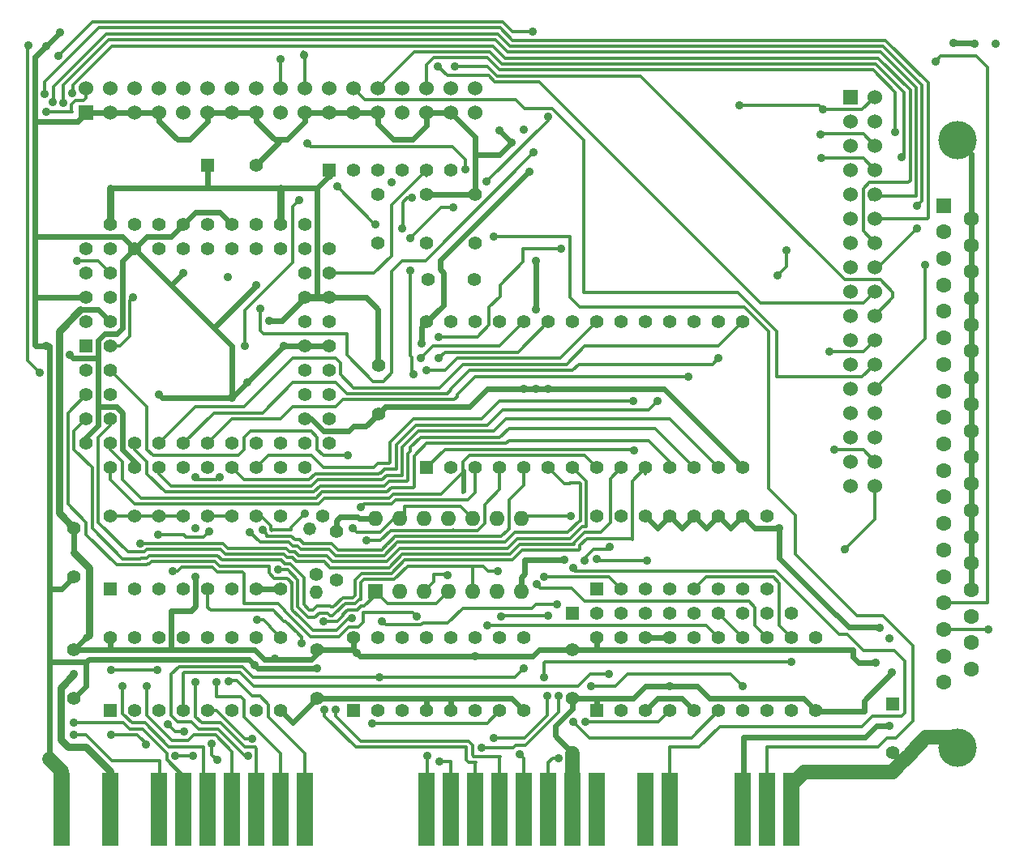
<source format=gbl>
%TF.GenerationSoftware,KiCad,Pcbnew,(5.1.6-0)*%
%TF.CreationDate,2020-08-23T17:23:21-05:00*%
%TF.ProjectId,isa_fdc.kicad_DB37-v3.1.2_pcb,6973615f-6664-4632-9e6b-696361645f44,rev?*%
%TF.SameCoordinates,Original*%
%TF.FileFunction,Copper,L2,Bot*%
%TF.FilePolarity,Positive*%
%FSLAX46Y46*%
G04 Gerber Fmt 4.6, Leading zero omitted, Abs format (unit mm)*
G04 Created by KiCad (PCBNEW (5.1.6-0)) date 2020-08-23 17:23:21*
%MOMM*%
%LPD*%
G01*
G04 APERTURE LIST*
%TA.AperFunction,ComponentPad*%
%ADD10C,4.000000*%
%TD*%
%TA.AperFunction,ComponentPad*%
%ADD11C,1.600000*%
%TD*%
%TA.AperFunction,ComponentPad*%
%ADD12R,1.600000X1.600000*%
%TD*%
%TA.AperFunction,ComponentPad*%
%ADD13C,1.524000*%
%TD*%
%TA.AperFunction,ComponentPad*%
%ADD14R,1.524000X1.524000*%
%TD*%
%TA.AperFunction,ComponentPad*%
%ADD15C,1.400000*%
%TD*%
%TA.AperFunction,ComponentPad*%
%ADD16O,1.400000X1.400000*%
%TD*%
%TA.AperFunction,ComponentPad*%
%ADD17O,1.600000X1.600000*%
%TD*%
%TA.AperFunction,ComponentPad*%
%ADD18C,1.397000*%
%TD*%
%TA.AperFunction,ComponentPad*%
%ADD19R,1.397000X1.397000*%
%TD*%
%TA.AperFunction,ConnectorPad*%
%ADD20R,1.778000X7.620000*%
%TD*%
%TA.AperFunction,ViaPad*%
%ADD21C,0.889000*%
%TD*%
%TA.AperFunction,Conductor*%
%ADD22C,0.368300*%
%TD*%
%TA.AperFunction,Conductor*%
%ADD23C,0.368000*%
%TD*%
%TA.AperFunction,Conductor*%
%ADD24C,0.632460*%
%TD*%
%TA.AperFunction,Conductor*%
%ADD25C,1.524000*%
%TD*%
%TA.AperFunction,Conductor*%
%ADD26C,0.762000*%
%TD*%
G04 APERTURE END LIST*
D10*
%TO.P,P2,0*%
%TO.N,GND*%
X197647500Y-59750000D03*
X197647500Y-123250000D03*
D11*
%TO.P,P2,37*%
X199067500Y-115045000D03*
%TO.P,P2,36*%
X199067500Y-112275000D03*
%TO.P,P2,35*%
X199067500Y-109505000D03*
%TO.P,P2,34*%
X199067500Y-106735000D03*
%TO.P,P2,33*%
X199067500Y-103965000D03*
%TO.P,P2,32*%
X199067500Y-101195000D03*
%TO.P,P2,31*%
X199067500Y-98425000D03*
%TO.P,P2,30*%
X199067500Y-95655000D03*
%TO.P,P2,29*%
X199067500Y-92885000D03*
%TO.P,P2,28*%
X199067500Y-90115000D03*
%TO.P,P2,27*%
X199067500Y-87345000D03*
%TO.P,P2,26*%
X199067500Y-84575000D03*
%TO.P,P2,25*%
X199067500Y-81805000D03*
%TO.P,P2,24*%
X199067500Y-79035000D03*
%TO.P,P2,23*%
X199067500Y-76265000D03*
%TO.P,P2,22*%
X199067500Y-73495000D03*
%TO.P,P2,21*%
X199067500Y-70725000D03*
%TO.P,P2,20*%
X199067500Y-67955000D03*
%TO.P,P2,19*%
%TO.N,/DSKCG*%
X196227500Y-116430000D03*
%TO.P,P2,18*%
%TO.N,/HDSEL*%
X196227500Y-113660000D03*
%TO.P,P2,17*%
%TO.N,/RDATA*%
X196227500Y-110890000D03*
%TO.P,P2,16*%
%TO.N,/WP*%
X196227500Y-108120000D03*
%TO.P,P2,15*%
%TO.N,/TRK00*%
X196227500Y-105350000D03*
%TO.P,P2,14*%
%TO.N,/WE*%
X196227500Y-102580000D03*
%TO.P,P2,13*%
%TO.N,/WDATA*%
X196227500Y-99810000D03*
%TO.P,P2,12*%
%TO.N,/STEP*%
X196227500Y-97040000D03*
%TO.P,P2,11*%
%TO.N,/DIR*%
X196227500Y-94270000D03*
%TO.P,P2,10*%
%TO.N,/ME3*%
X196227500Y-91500000D03*
%TO.P,P2,9*%
%TO.N,/DS2*%
X196227500Y-88730000D03*
%TO.P,P2,8*%
%TO.N,/DS3*%
X196227500Y-85960000D03*
%TO.P,P2,7*%
%TO.N,/ME2*%
X196227500Y-83190000D03*
%TO.P,P2,6*%
%TO.N,/INDEX*%
X196227500Y-80420000D03*
%TO.P,P2,5*%
%TO.N,Net-(P2-Pad5)*%
X196227500Y-77650000D03*
%TO.P,P2,4*%
%TO.N,Net-(P2-Pad4)*%
X196227500Y-74880000D03*
%TO.P,P2,3*%
%TO.N,/DENSL*%
X196227500Y-72110000D03*
%TO.P,P2,2*%
%TO.N,Net-(P2-Pad2)*%
X196227500Y-69340000D03*
D12*
%TO.P,P2,1*%
%TO.N,Net-(P2-Pad1)*%
X196227500Y-66570000D03*
%TD*%
D13*
%TO.P,P3,34*%
%TO.N,/DSKCG*%
X189010000Y-95870000D03*
%TO.P,P3,33*%
%TO.N,Net-(P3-Pad33)*%
X186470000Y-95870000D03*
%TO.P,P3,32*%
%TO.N,/HDSEL*%
X189010000Y-93330000D03*
%TO.P,P3,31*%
%TO.N,GND*%
X186470000Y-93330000D03*
%TO.P,P3,29*%
X186470000Y-90790000D03*
%TO.P,P3,30*%
%TO.N,/RDATA*%
X189010000Y-90790000D03*
%TO.P,P3,27*%
%TO.N,Net-(P3-Pad27)*%
X186470000Y-88250000D03*
%TO.P,P3,28*%
%TO.N,/WP*%
X189010000Y-88250000D03*
%TO.P,P3,26*%
%TO.N,/TRK00*%
X189010000Y-85710000D03*
%TO.P,P3,25*%
%TO.N,GND*%
X186470000Y-85710000D03*
%TO.P,P3,24*%
%TO.N,/WE*%
X189010000Y-83170000D03*
%TO.P,P3,23*%
%TO.N,GND*%
X186470000Y-83170000D03*
%TO.P,P3,22*%
%TO.N,/WDATA*%
X189010000Y-80630000D03*
%TO.P,P3,21*%
%TO.N,GND*%
X186470000Y-80630000D03*
%TO.P,P3,20*%
%TO.N,/STEP*%
X189010000Y-78090000D03*
%TO.P,P3,19*%
%TO.N,GND*%
X186470000Y-78090000D03*
%TO.P,P3,18*%
%TO.N,/DIR*%
X189010000Y-75550000D03*
%TO.P,P3,17*%
%TO.N,Net-(P3-Pad17)*%
X186470000Y-75550000D03*
%TO.P,P3,16*%
%TO.N,/ME3*%
X189010000Y-73010000D03*
%TO.P,P3,15*%
%TO.N,GND*%
X186470000Y-73010000D03*
%TO.P,P3,14*%
%TO.N,/DS2*%
X189010000Y-70470000D03*
%TO.P,P3,13*%
%TO.N,GND*%
X186470000Y-70470000D03*
%TO.P,P3,12*%
%TO.N,/DS3*%
X189010000Y-67930000D03*
%TO.P,P3,11*%
%TO.N,GND*%
X186470000Y-67930000D03*
%TO.P,P3,10*%
%TO.N,/ME2*%
X189010000Y-65390000D03*
%TO.P,P3,9*%
%TO.N,Net-(P3-Pad9)*%
X186470000Y-65390000D03*
%TO.P,P3,8*%
%TO.N,/INDEX*%
X189010000Y-62850000D03*
%TO.P,P3,7*%
%TO.N,GND*%
X186470000Y-62850000D03*
%TO.P,P3,6*%
%TO.N,/DRATE0*%
X189010000Y-60310000D03*
%TO.P,P3,5*%
%TO.N,GND*%
X186470000Y-60310000D03*
%TO.P,P3,4*%
%TO.N,Net-(P3-Pad4)*%
X189010000Y-57770000D03*
%TO.P,P3,3*%
%TO.N,GND*%
X186470000Y-57770000D03*
%TO.P,P3,2*%
%TO.N,/DENSL*%
X189010000Y-55230000D03*
D14*
%TO.P,P3,1*%
%TO.N,GND*%
X186470000Y-55230000D03*
%TD*%
D15*
%TO.P,R2,1*%
%TO.N,/GT3*%
X130690000Y-105120000D03*
D16*
%TO.P,R2,2*%
%TO.N,VCC*%
X130690000Y-107020000D03*
%TD*%
%TO.P,R1,2*%
%TO.N,/GT2*%
%TA.AperFunction,ComponentPad*%
G36*
G01*
X130501472Y-99868528D02*
X130501472Y-99868528D01*
G75*
G02*
X130501472Y-100858478I-494975J-494975D01*
G01*
X130501472Y-100858478D01*
G75*
G02*
X129511522Y-100858478I-494975J494975D01*
G01*
X129511522Y-100858478D01*
G75*
G02*
X129511522Y-99868528I494975J494975D01*
G01*
X129511522Y-99868528D01*
G75*
G02*
X130501472Y-99868528I494975J-494975D01*
G01*
G37*
%TD.AperFunction*%
D15*
%TO.P,R1,1*%
%TO.N,VCC*%
X131350000Y-99020000D03*
%TD*%
D12*
%TO.P,U2,1*%
%TO.N,/GT3*%
X136880000Y-106910000D03*
D17*
%TO.P,U2,8*%
%TO.N,/DRQ2*%
X152120000Y-99290000D03*
%TO.P,U2,2*%
%TO.N,/~DACK3*%
X139420000Y-106910000D03*
%TO.P,U2,9*%
%TO.N,/DRQ*%
X149580000Y-99290000D03*
%TO.P,U2,3*%
%TO.N,/~DACK*%
X141960000Y-106910000D03*
%TO.P,U2,10*%
%TO.N,/GT2*%
X147040000Y-99290000D03*
%TO.P,U2,4*%
%TO.N,/GT3*%
X144500000Y-106910000D03*
%TO.P,U2,11*%
%TO.N,/~DACK*%
X144500000Y-99290000D03*
%TO.P,U2,5*%
%TO.N,/DRQ*%
X147040000Y-106910000D03*
%TO.P,U2,12*%
%TO.N,/~DACK2*%
X141960000Y-99290000D03*
%TO.P,U2,6*%
%TO.N,/DRQ3*%
X149580000Y-106910000D03*
%TO.P,U2,13*%
%TO.N,/GT2*%
X139420000Y-99290000D03*
%TO.P,U2,7*%
%TO.N,GND*%
X152120000Y-106910000D03*
%TO.P,U2,14*%
%TO.N,VCC*%
X136880000Y-99290000D03*
%TD*%
D18*
%TO.P,C2,1*%
%TO.N,VCC*%
X132790000Y-100680000D03*
%TO.P,C2,2*%
%TO.N,GND*%
X132790000Y-105760000D03*
%TD*%
D19*
%TO.P,SW1,1*%
%TO.N,/IRQ3*%
X109220000Y-106680000D03*
D18*
%TO.P,SW1,2*%
%TO.N,/IRQ4*%
X111760000Y-106680000D03*
%TO.P,SW1,3*%
%TO.N,/IRQ5*%
X114300000Y-106680000D03*
%TO.P,SW1,4*%
%TO.N,/IRQ6*%
X116840000Y-106680000D03*
%TO.P,SW1,5*%
%TO.N,/0x3F0*%
X119380000Y-106680000D03*
%TO.P,SW1,6*%
%TO.N,/0x370*%
X121920000Y-106680000D03*
%TO.P,SW1,7*%
%TO.N,GND*%
X124460000Y-106680000D03*
%TO.P,SW1,8*%
X127000000Y-106680000D03*
%TO.P,SW1,9*%
%TO.N,/GT3*%
X127000000Y-99060000D03*
%TO.P,SW1,10*%
%TO.N,/GT2*%
X124460000Y-99060000D03*
%TO.P,SW1,11*%
%TO.N,/~FDC_CS*%
X121920000Y-99060000D03*
%TO.P,SW1,12*%
X119380000Y-99060000D03*
%TO.P,SW1,13*%
%TO.N,/FDC_IRQ*%
X116840000Y-99060000D03*
%TO.P,SW1,14*%
X114300000Y-99060000D03*
%TO.P,SW1,15*%
X111760000Y-99060000D03*
%TO.P,SW1,16*%
X109220000Y-99060000D03*
%TD*%
D20*
%TO.P,BUS1,1*%
%TO.N,GND*%
X180340000Y-129644500D03*
%TO.P,BUS1,2*%
%TO.N,/RESETDRV*%
X177800000Y-129644500D03*
%TO.P,BUS1,3*%
%TO.N,VCC*%
X175260000Y-129644500D03*
%TO.P,BUS1,6*%
%TO.N,/DRQ2*%
X167640000Y-129644500D03*
%TO.P,BUS1,7*%
%TO.N,VSS*%
X165100000Y-129644500D03*
%TO.P,BUS1,9*%
%TO.N,VDD*%
X160020000Y-129644500D03*
%TO.P,BUS1,10*%
%TO.N,GND*%
X157480000Y-129644500D03*
%TO.P,BUS1,11*%
%TO.N,/~MEMW*%
X154940000Y-129644500D03*
%TO.P,BUS1,12*%
%TO.N,/~MEMR*%
X152400000Y-129644500D03*
%TO.P,BUS1,13*%
%TO.N,/~IOW*%
X149860000Y-129644500D03*
%TO.P,BUS1,14*%
%TO.N,/~IOR*%
X147320000Y-129644500D03*
%TO.P,BUS1,21*%
%TO.N,/IRQ7*%
X129540000Y-129644500D03*
%TO.P,BUS1,22*%
%TO.N,/IRQ6*%
X127000000Y-129644500D03*
%TO.P,BUS1,23*%
%TO.N,/IRQ5*%
X124460000Y-129644500D03*
%TO.P,BUS1,24*%
%TO.N,/IRQ4*%
X121920000Y-129644500D03*
%TO.P,BUS1,25*%
%TO.N,/IRQ3*%
X119380000Y-129644500D03*
%TO.P,BUS1,26*%
%TO.N,/~DACK2*%
X116840000Y-129644500D03*
%TO.P,BUS1,27*%
%TO.N,/TC*%
X114300000Y-129644500D03*
%TO.P,BUS1,29*%
%TO.N,VCC*%
X109220000Y-129644500D03*
%TO.P,BUS1,31*%
%TO.N,GND*%
X104140000Y-129644500D03*
%TO.P,BUS1,15*%
%TO.N,/~DACK3*%
X144780000Y-129644500D03*
%TO.P,BUS1,16*%
%TO.N,/DRQ3*%
X142240000Y-129644500D03*
%TD*%
D18*
%TO.P,C11,2*%
%TO.N,GND*%
X190890000Y-123800000D03*
D19*
%TO.P,C11,1*%
%TO.N,VCC*%
X190890000Y-118720000D03*
%TD*%
%TO.P,C12,1*%
%TO.N,VCC*%
X119350000Y-62340000D03*
D18*
%TO.P,C12,2*%
%TO.N,GND*%
X124430000Y-62340000D03*
%TD*%
D19*
%TO.P,U5,1*%
%TO.N,GND*%
X160020000Y-119380000D03*
D18*
%TO.P,U5,2*%
%TO.N,/A19*%
X162560000Y-119380000D03*
%TO.P,U5,3*%
%TO.N,VCC*%
X165100000Y-119380000D03*
%TO.P,U5,4*%
%TO.N,/A18*%
X167640000Y-119380000D03*
%TO.P,U5,5*%
%TO.N,VCC*%
X170180000Y-119380000D03*
%TO.P,U5,6*%
%TO.N,/A17*%
X172720000Y-119380000D03*
%TO.P,U5,7*%
%TO.N,Net-(RR1-Pad4)*%
X175260000Y-119380000D03*
%TO.P,U5,8*%
%TO.N,/A16*%
X177800000Y-119380000D03*
%TO.P,U5,9*%
%TO.N,Net-(RR1-Pad5)*%
X180340000Y-119380000D03*
%TO.P,U5,10*%
%TO.N,GND*%
X182880000Y-119380000D03*
%TO.P,U5,11*%
%TO.N,/A15*%
X182880000Y-111760000D03*
%TO.P,U5,12*%
%TO.N,Net-(RR1-Pad6)*%
X180340000Y-111760000D03*
%TO.P,U5,13*%
%TO.N,/A14*%
X177800000Y-111760000D03*
%TO.P,U5,14*%
%TO.N,Net-(RR1-Pad7)*%
X175260000Y-111760000D03*
%TO.P,U5,15*%
%TO.N,/A13*%
X172720000Y-111760000D03*
%TO.P,U5,16*%
%TO.N,Net-(RR1-Pad8)*%
X170180000Y-111760000D03*
%TO.P,U5,17*%
%TO.N,GND*%
X167640000Y-111760000D03*
%TO.P,U5,18*%
X165100000Y-111760000D03*
%TO.P,U5,19*%
%TO.N,/~ROM_CS_IN*%
X162560000Y-111760000D03*
%TO.P,U5,20*%
%TO.N,VCC*%
X160020000Y-111760000D03*
%TD*%
D19*
%TO.P,U7,1*%
%TO.N,/A7*%
X109220000Y-119380000D03*
D18*
%TO.P,U7,2*%
%TO.N,/A5*%
X111760000Y-119380000D03*
%TO.P,U7,3*%
%TO.N,/A4*%
X114300000Y-119380000D03*
%TO.P,U7,4*%
%TO.N,/AEN*%
X116840000Y-119380000D03*
%TO.P,U7,5*%
%TO.N,Net-(U6-Pad7)*%
X119380000Y-119380000D03*
%TO.P,U7,6*%
%TO.N,VCC*%
X121920000Y-119380000D03*
%TO.P,U7,7*%
%TO.N,/0x3F0*%
X124460000Y-119380000D03*
%TO.P,U7,8*%
%TO.N,GND*%
X127000000Y-119380000D03*
%TO.P,U7,9*%
%TO.N,/0x370*%
X127000000Y-111760000D03*
%TO.P,U7,10*%
%TO.N,Net-(U7-Pad10)*%
X124460000Y-111760000D03*
%TO.P,U7,11*%
%TO.N,Net-(U7-Pad11)*%
X121920000Y-111760000D03*
%TO.P,U7,12*%
%TO.N,Net-(U7-Pad12)*%
X119380000Y-111760000D03*
%TO.P,U7,13*%
%TO.N,Net-(U7-Pad13)*%
X116840000Y-111760000D03*
%TO.P,U7,14*%
%TO.N,Net-(U7-Pad14)*%
X114300000Y-111760000D03*
%TO.P,U7,15*%
%TO.N,Net-(U7-Pad15)*%
X111760000Y-111760000D03*
%TO.P,U7,16*%
%TO.N,VCC*%
X109220000Y-111760000D03*
%TD*%
D19*
%TO.P,U6,1*%
%TO.N,/A6*%
X134620000Y-119380000D03*
D18*
%TO.P,U6,2*%
%TO.N,/A8*%
X137160000Y-119380000D03*
%TO.P,U6,3*%
%TO.N,/A9*%
X139700000Y-119380000D03*
%TO.P,U6,4*%
%TO.N,GND*%
X142240000Y-119380000D03*
%TO.P,U6,5*%
X144780000Y-119380000D03*
%TO.P,U6,6*%
%TO.N,VCC*%
X147320000Y-119380000D03*
%TO.P,U6,7*%
%TO.N,Net-(U6-Pad7)*%
X149860000Y-119380000D03*
%TO.P,U6,8*%
%TO.N,GND*%
X152400000Y-119380000D03*
%TO.P,U6,9*%
%TO.N,Net-(U6-Pad9)*%
X152400000Y-111760000D03*
%TO.P,U6,10*%
%TO.N,Net-(U6-Pad10)*%
X149860000Y-111760000D03*
%TO.P,U6,11*%
%TO.N,Net-(U6-Pad11)*%
X147320000Y-111760000D03*
%TO.P,U6,12*%
%TO.N,Net-(U6-Pad12)*%
X144780000Y-111760000D03*
%TO.P,U6,13*%
%TO.N,Net-(U6-Pad13)*%
X142240000Y-111760000D03*
%TO.P,U6,14*%
%TO.N,Net-(U6-Pad14)*%
X139700000Y-111760000D03*
%TO.P,U6,15*%
%TO.N,Net-(U6-Pad15)*%
X137160000Y-111760000D03*
%TO.P,U6,16*%
%TO.N,VCC*%
X134620000Y-111760000D03*
%TD*%
D19*
%TO.P,SW2,1*%
%TO.N,/~ROM_CS*%
X160020000Y-106680000D03*
D18*
%TO.P,SW2,2*%
%TO.N,/~ROMW*%
X162560000Y-106680000D03*
%TO.P,SW2,3*%
%TO.N,Net-(RR1-Pad4)*%
X165100000Y-106680000D03*
%TO.P,SW2,4*%
%TO.N,Net-(RR1-Pad5)*%
X167640000Y-106680000D03*
%TO.P,SW2,5*%
%TO.N,Net-(RR1-Pad6)*%
X170180000Y-106680000D03*
%TO.P,SW2,6*%
%TO.N,Net-(RR1-Pad7)*%
X172720000Y-106680000D03*
%TO.P,SW2,7*%
%TO.N,Net-(RR1-Pad8)*%
X175260000Y-106680000D03*
%TO.P,SW2,8*%
%TO.N,Net-(SW2-Pad8)*%
X177800000Y-106680000D03*
%TO.P,SW2,9*%
%TO.N,Net-(SW2-Pad9)*%
X177800000Y-99060000D03*
%TO.P,SW2,10*%
%TO.N,GND*%
X175260000Y-99060000D03*
%TO.P,SW2,11*%
X172720000Y-99060000D03*
%TO.P,SW2,12*%
X170180000Y-99060000D03*
%TO.P,SW2,13*%
X167640000Y-99060000D03*
%TO.P,SW2,14*%
X165100000Y-99060000D03*
%TO.P,SW2,15*%
%TO.N,/~MEMW*%
X162560000Y-99060000D03*
%TO.P,SW2,16*%
%TO.N,/~ROM_CS_IN*%
X160020000Y-99060000D03*
%TD*%
%TO.P,C1,1*%
%TO.N,VCC*%
X105410000Y-100330000D03*
%TO.P,C1,2*%
%TO.N,GND*%
X105410000Y-105410000D03*
%TD*%
%TO.P,C7,1*%
%TO.N,VCC*%
X105410000Y-113030000D03*
%TO.P,C7,2*%
%TO.N,GND*%
X105410000Y-118110000D03*
%TD*%
%TO.P,C6,1*%
%TO.N,VCC*%
X130810000Y-113030000D03*
%TO.P,C6,2*%
%TO.N,GND*%
X130810000Y-118110000D03*
%TD*%
%TO.P,C5,1*%
%TO.N,VCC*%
X157470000Y-113020000D03*
%TO.P,C5,2*%
%TO.N,GND*%
X157470000Y-118100000D03*
%TD*%
%TO.P,C4,1*%
%TO.N,VCC*%
X137170000Y-83310000D03*
%TO.P,C4,2*%
%TO.N,GND*%
X137170000Y-88390000D03*
%TD*%
%TO.P,C16,1*%
%TO.N,Net-(C16-Pad1)*%
X142240000Y-70485000D03*
%TO.P,C16,2*%
%TO.N,GND*%
X142240000Y-65405000D03*
%TD*%
%TO.P,C15,1*%
%TO.N,Net-(C15-Pad1)*%
X147320000Y-70485000D03*
%TO.P,C15,2*%
%TO.N,GND*%
X147320000Y-65405000D03*
%TD*%
D19*
%TO.P,U4,1*%
%TO.N,/RDY/~BUSY*%
X142240000Y-93980000D03*
D18*
%TO.P,U4,2*%
%TO.N,/A12*%
X144780000Y-93980000D03*
%TO.P,U4,3*%
%TO.N,/A7*%
X147320000Y-93980000D03*
%TO.P,U4,4*%
%TO.N,/A6*%
X149860000Y-93980000D03*
%TO.P,U4,5*%
%TO.N,/A5*%
X152400000Y-93980000D03*
%TO.P,U4,6*%
%TO.N,/A4*%
X154940000Y-93980000D03*
%TO.P,U4,7*%
%TO.N,/A3*%
X157480000Y-93980000D03*
%TO.P,U4,8*%
%TO.N,/A2*%
X160020000Y-93980000D03*
%TO.P,U4,9*%
%TO.N,/A1*%
X162560000Y-93980000D03*
%TO.P,U4,10*%
%TO.N,/A0*%
X165100000Y-93980000D03*
%TO.P,U4,11*%
%TO.N,/D0*%
X167640000Y-93980000D03*
%TO.P,U4,12*%
%TO.N,/D1*%
X170180000Y-93980000D03*
%TO.P,U4,13*%
%TO.N,/D2*%
X172720000Y-93980000D03*
%TO.P,U4,14*%
%TO.N,GND*%
X175260000Y-93980000D03*
%TO.P,U4,15*%
%TO.N,/D3*%
X175260000Y-78740000D03*
%TO.P,U4,16*%
%TO.N,/D4*%
X172720000Y-78740000D03*
%TO.P,U4,17*%
%TO.N,/D5*%
X170180000Y-78740000D03*
%TO.P,U4,18*%
%TO.N,/D6*%
X167640000Y-78740000D03*
%TO.P,U4,19*%
%TO.N,/D7*%
X165100000Y-78740000D03*
%TO.P,U4,20*%
%TO.N,/~ROM_CS*%
X162560000Y-78740000D03*
%TO.P,U4,21*%
%TO.N,/A10*%
X160020000Y-78740000D03*
%TO.P,U4,22*%
%TO.N,/~MEMR*%
X157480000Y-78740000D03*
%TO.P,U4,23*%
%TO.N,/A11*%
X154940000Y-78740000D03*
%TO.P,U4,24*%
%TO.N,/A9*%
X152400000Y-78740000D03*
%TO.P,U4,25*%
%TO.N,/A8*%
X149860000Y-78740000D03*
%TO.P,U4,26*%
%TO.N,Net-(U4-Pad26)*%
X147320000Y-78740000D03*
%TO.P,U4,27*%
%TO.N,/~ROMW*%
X144780000Y-78740000D03*
%TO.P,U4,28*%
%TO.N,VCC*%
X142240000Y-78740000D03*
%TD*%
%TO.P,C17,1*%
%TO.N,Net-(C17-Pad1)*%
X137160000Y-65405000D03*
%TO.P,C17,2*%
%TO.N,Net-(C17-Pad2)*%
X137160000Y-70485000D03*
%TD*%
D19*
%TO.P,U1,1*%
%TO.N,/WP*%
X106680000Y-81280000D03*
D18*
%TO.P,U1,2*%
%TO.N,/TRK00*%
X109220000Y-81280000D03*
%TO.P,U1,3*%
%TO.N,/~DACK*%
X106680000Y-83820000D03*
%TO.P,U1,4*%
%TO.N,/~IOR*%
X109220000Y-83820000D03*
%TO.P,U1,5*%
%TO.N,/~IOW*%
X106680000Y-86360000D03*
%TO.P,U1,6*%
%TO.N,/~FDC_CS*%
X109220000Y-86360000D03*
%TO.P,U1,7*%
%TO.N,/A0*%
X106680000Y-88900000D03*
%TO.P,U1,8*%
%TO.N,/A1*%
X109220000Y-88900000D03*
%TO.P,U1,9*%
%TO.N,GND*%
X106680000Y-91440000D03*
%TO.P,U1,10*%
%TO.N,/A2*%
X109220000Y-93980000D03*
%TO.P,U1,11*%
%TO.N,/D0*%
X109220000Y-91440000D03*
%TO.P,U1,12*%
%TO.N,GND*%
X111760000Y-93980000D03*
%TO.P,U1,13*%
%TO.N,/D1*%
X111760000Y-91440000D03*
%TO.P,U1,14*%
%TO.N,/D2*%
X114300000Y-93980000D03*
%TO.P,U1,15*%
%TO.N,/D3*%
X114300000Y-91440000D03*
%TO.P,U1,16*%
%TO.N,GND*%
X116840000Y-93980000D03*
%TO.P,U1,17*%
%TO.N,/D4*%
X116840000Y-91440000D03*
%TO.P,U1,18*%
%TO.N,VCC*%
X119380000Y-93980000D03*
%TO.P,U1,19*%
%TO.N,/D5*%
X119380000Y-91440000D03*
%TO.P,U1,20*%
%TO.N,/D6*%
X121920000Y-93980000D03*
%TO.P,U1,21*%
%TO.N,GND*%
X121920000Y-91440000D03*
%TO.P,U1,22*%
%TO.N,/D7*%
X124460000Y-93980000D03*
%TO.P,U1,23*%
%TO.N,/FDC_IRQ*%
X124460000Y-91440000D03*
%TO.P,U1,24*%
%TO.N,/DRQ*%
X127000000Y-93980000D03*
%TO.P,U1,25*%
%TO.N,/TC*%
X127000000Y-91440000D03*
%TO.P,U1,26*%
%TO.N,/INDEX*%
X129540000Y-93980000D03*
%TO.P,U1,27*%
%TO.N,VCC*%
X132080000Y-91440000D03*
%TO.P,U1,28*%
%TO.N,/DRATE0*%
X129540000Y-91440000D03*
%TO.P,U1,29*%
%TO.N,Net-(U1-Pad29)*%
X132080000Y-88900000D03*
%TO.P,U1,30*%
%TO.N,GND*%
X129540000Y-88900000D03*
%TO.P,U1,31*%
%TO.N,/DSKCG*%
X132080000Y-86360000D03*
%TO.P,U1,32*%
%TO.N,/RESETDRV*%
X129540000Y-86360000D03*
%TO.P,U1,33*%
%TO.N,Net-(C15-Pad1)*%
X132080000Y-83820000D03*
%TO.P,U1,34*%
%TO.N,Net-(C16-Pad1)*%
X129540000Y-83820000D03*
%TO.P,U1,35*%
%TO.N,GND*%
X132080000Y-81280000D03*
%TO.P,U1,36*%
X129540000Y-81280000D03*
%TO.P,U1,37*%
%TO.N,Net-(C17-Pad2)*%
X132080000Y-78740000D03*
%TO.P,U1,38*%
%TO.N,Net-(C17-Pad1)*%
X129540000Y-78740000D03*
%TO.P,U1,39*%
%TO.N,VCC*%
X132080000Y-76200000D03*
%TO.P,U1,40*%
X129540000Y-76200000D03*
%TO.P,U1,41*%
%TO.N,/RDATA*%
X132080000Y-73660000D03*
%TO.P,U1,42*%
%TO.N,Net-(U1-Pad42)*%
X129540000Y-73660000D03*
%TO.P,U1,43*%
%TO.N,Net-(U1-Pad43)*%
X132080000Y-71120000D03*
%TO.P,U1,44*%
%TO.N,Net-(U1-Pad44)*%
X129540000Y-68580000D03*
%TO.P,U1,45*%
%TO.N,GND*%
X129540000Y-71120000D03*
%TO.P,U1,46*%
%TO.N,VCC*%
X127000000Y-68580000D03*
%TO.P,U1,47*%
%TO.N,Net-(U1-Pad47)*%
X127000000Y-71120000D03*
%TO.P,U1,48*%
%TO.N,Net-(U1-Pad48)*%
X124460000Y-68580000D03*
%TO.P,U1,49*%
%TO.N,/DENSL*%
X124460000Y-71120000D03*
%TO.P,U1,50*%
%TO.N,GND*%
X121920000Y-68580000D03*
%TO.P,U1,51*%
%TO.N,/HDSEL*%
X121920000Y-71120000D03*
%TO.P,U1,52*%
%TO.N,/WE*%
X119380000Y-68580000D03*
%TO.P,U1,53*%
%TO.N,/WDATA*%
X119380000Y-71120000D03*
%TO.P,U1,54*%
%TO.N,GND*%
X116840000Y-68580000D03*
%TO.P,U1,55*%
%TO.N,/STEP*%
X116840000Y-71120000D03*
%TO.P,U1,56*%
%TO.N,/DIR*%
X114300000Y-68580000D03*
%TO.P,U1,57*%
%TO.N,/MEA*%
X114300000Y-71120000D03*
%TO.P,U1,58*%
%TO.N,/DSA*%
X111760000Y-68580000D03*
%TO.P,U1,59*%
%TO.N,GND*%
X111760000Y-71120000D03*
%TO.P,U1,60*%
%TO.N,VCC*%
X109220000Y-68580000D03*
%TO.P,U1,61*%
%TO.N,/MEB*%
X106680000Y-71120000D03*
%TO.P,U1,62*%
%TO.N,/DSB*%
X109220000Y-71120000D03*
%TO.P,U1,63*%
%TO.N,/ME2*%
X106680000Y-73660000D03*
%TO.P,U1,64*%
%TO.N,/DS2*%
X109220000Y-73660000D03*
%TO.P,U1,65*%
%TO.N,GND*%
X106680000Y-76200000D03*
%TO.P,U1,66*%
%TO.N,/ME3*%
X109220000Y-76200000D03*
%TO.P,U1,67*%
%TO.N,/DS3*%
X106680000Y-78740000D03*
%TO.P,U1,68*%
%TO.N,VCC*%
X109220000Y-78740000D03*
%TD*%
D14*
%TO.P,P1,1*%
%TO.N,GND*%
X106670000Y-56840000D03*
D13*
%TO.P,P1,2*%
%TO.N,/DENSL*%
X106670000Y-54300000D03*
%TO.P,P1,3*%
%TO.N,GND*%
X109210000Y-56840000D03*
%TO.P,P1,4*%
%TO.N,Net-(P1-Pad4)*%
X109210000Y-54300000D03*
%TO.P,P1,5*%
%TO.N,GND*%
X111750000Y-56840000D03*
%TO.P,P1,6*%
%TO.N,/DRATE0*%
X111750000Y-54300000D03*
%TO.P,P1,7*%
%TO.N,GND*%
X114290000Y-56840000D03*
%TO.P,P1,8*%
%TO.N,/INDEX*%
X114290000Y-54300000D03*
%TO.P,P1,9*%
%TO.N,Net-(P1-Pad9)*%
X116830000Y-56840000D03*
%TO.P,P1,10*%
%TO.N,/MEA*%
X116830000Y-54300000D03*
%TO.P,P1,11*%
%TO.N,GND*%
X119370000Y-56840000D03*
%TO.P,P1,12*%
%TO.N,/DSB*%
X119370000Y-54300000D03*
%TO.P,P1,13*%
%TO.N,GND*%
X121910000Y-56840000D03*
%TO.P,P1,14*%
%TO.N,/DSA*%
X121910000Y-54300000D03*
%TO.P,P1,15*%
%TO.N,GND*%
X124450000Y-56840000D03*
%TO.P,P1,16*%
%TO.N,/MEB*%
X124450000Y-54300000D03*
%TO.P,P1,17*%
%TO.N,Net-(P1-Pad17)*%
X126990000Y-56840000D03*
%TO.P,P1,18*%
%TO.N,/DIR*%
X126990000Y-54300000D03*
%TO.P,P1,19*%
%TO.N,GND*%
X129530000Y-56840000D03*
%TO.P,P1,20*%
%TO.N,/STEP*%
X129530000Y-54300000D03*
%TO.P,P1,21*%
%TO.N,GND*%
X132070000Y-56840000D03*
%TO.P,P1,22*%
%TO.N,/WDATA*%
X132070000Y-54300000D03*
%TO.P,P1,23*%
%TO.N,GND*%
X134610000Y-56840000D03*
%TO.P,P1,24*%
%TO.N,/WE*%
X134610000Y-54300000D03*
%TO.P,P1,25*%
%TO.N,GND*%
X137150000Y-56840000D03*
%TO.P,P1,26*%
%TO.N,/TRK00*%
X137150000Y-54300000D03*
%TO.P,P1,28*%
%TO.N,/WP*%
X139690000Y-54300000D03*
%TO.P,P1,27*%
%TO.N,Net-(P1-Pad27)*%
X139690000Y-56840000D03*
%TO.P,P1,30*%
%TO.N,/RDATA*%
X142230000Y-54300000D03*
%TO.P,P1,29*%
%TO.N,GND*%
X142230000Y-56840000D03*
%TO.P,P1,31*%
X144770000Y-56840000D03*
%TO.P,P1,32*%
%TO.N,/HDSEL*%
X144770000Y-54300000D03*
%TO.P,P1,33*%
%TO.N,Net-(P1-Pad33)*%
X147310000Y-56840000D03*
%TO.P,P1,34*%
%TO.N,/DSKCG*%
X147310000Y-54300000D03*
%TD*%
D19*
%TO.P,RR1,1*%
%TO.N,VCC*%
X157480000Y-109220000D03*
D18*
%TO.P,RR1,2*%
%TO.N,/~ROM_CS*%
X160020000Y-109220000D03*
%TO.P,RR1,3*%
%TO.N,/~ROMW*%
X162560000Y-109220000D03*
%TO.P,RR1,4*%
%TO.N,Net-(RR1-Pad4)*%
X165100000Y-109220000D03*
%TO.P,RR1,5*%
%TO.N,Net-(RR1-Pad5)*%
X167640000Y-109220000D03*
%TO.P,RR1,6*%
%TO.N,Net-(RR1-Pad6)*%
X170180000Y-109220000D03*
%TO.P,RR1,7*%
%TO.N,Net-(RR1-Pad7)*%
X172720000Y-109220000D03*
%TO.P,RR1,8*%
%TO.N,Net-(RR1-Pad8)*%
X175260000Y-109220000D03*
%TO.P,RR1,9*%
%TO.N,Net-(RR1-Pad9)*%
X177800000Y-109220000D03*
%TO.P,RR1,10*%
%TO.N,/RDY/~BUSY*%
X180340000Y-109220000D03*
%TD*%
%TO.P,RR2,6*%
%TO.N,/DSKCG*%
X144780000Y-62865000D03*
%TO.P,RR2,5*%
%TO.N,/RDATA*%
X142240000Y-62865000D03*
%TO.P,RR2,4*%
%TO.N,/WP*%
X139700000Y-62865000D03*
%TO.P,RR2,3*%
%TO.N,/TRK00*%
X137160000Y-62865000D03*
%TO.P,RR2,2*%
%TO.N,/INDEX*%
X134620000Y-62865000D03*
D19*
%TO.P,RR2,1*%
%TO.N,VCC*%
X132080000Y-62865000D03*
%TD*%
D18*
%TO.P,X1,1*%
%TO.N,Net-(C15-Pad1)*%
X147220940Y-74295000D03*
%TO.P,X1,2*%
%TO.N,Net-(C16-Pad1)*%
X142339060Y-74295000D03*
%TD*%
D21*
%TO.N,/A10*%
X142240000Y-83820000D03*
%TO.N,/A11*%
X143510000Y-82550000D03*
%TO.N,/A13*%
X148590000Y-110490000D03*
%TO.N,/A14*%
X153700000Y-106170000D03*
%TO.N,/A15*%
X154460000Y-115920000D03*
X180340000Y-114300000D03*
%TO.N,/A16*%
X159385000Y-116840000D03*
X175260000Y-116840000D03*
%TO.N,/A17*%
X157535897Y-120541466D03*
%TO.N,/A18*%
X158823920Y-120581218D03*
%TO.N,/A3*%
X114080000Y-115150000D03*
X109300000Y-115120000D03*
X112310000Y-101910000D03*
%TO.N,/A4*%
X123790000Y-100730000D03*
%TO.N,/A5*%
X125070000Y-100470000D03*
X116877000Y-121568000D03*
X115174033Y-120754763D03*
%TO.N,/A6*%
X135970000Y-101600000D03*
%TO.N,/A7*%
X135360000Y-98120000D03*
X109297000Y-121908000D03*
X119771460Y-122788958D03*
X120343930Y-124551553D03*
X117861000Y-124056000D03*
X112895000Y-122895000D03*
X116000009Y-124055000D03*
%TO.N,/A8*%
X152400000Y-114935000D03*
X137322500Y-115887500D03*
X123577340Y-124089000D03*
%TO.N,/A9*%
X141605000Y-82550000D03*
%TO.N,/AEN*%
X161290000Y-115570000D03*
%TO.N,/D4*%
X172720000Y-82550000D03*
%TO.N,/D5*%
X169545000Y-84455000D03*
%TO.N,/D6*%
X166370000Y-86995000D03*
%TO.N,/D7*%
X163830000Y-86995000D03*
%TO.N,/DENSL*%
X102500000Y-56750000D03*
X183630000Y-56560000D03*
X121505000Y-74075000D03*
X124810000Y-77380000D03*
X174874499Y-56115501D03*
X153353622Y-61053622D03*
%TO.N,/DIR*%
X127000000Y-51310000D03*
X143412831Y-52017340D03*
%TO.N,/DRQ2*%
X157520000Y-104470000D03*
X157320000Y-99070000D03*
%TO.N,/DSKCG*%
X185875000Y-102545000D03*
%TO.N,/HDSEL*%
X184810000Y-92080000D03*
X139650000Y-69000000D03*
X140670000Y-65780000D03*
X138575000Y-64135000D03*
%TO.N,/INDEX*%
X178880000Y-73860000D03*
X123270000Y-81230000D03*
X128905000Y-66040000D03*
X132882500Y-64602500D03*
X136880000Y-68520000D03*
X183450151Y-61649849D03*
X179760000Y-71260000D03*
%TO.N,/IRQ3*%
X110490000Y-116840000D03*
%TO.N,/IRQ4*%
X113030000Y-116840000D03*
%TO.N,/IRQ5*%
X118110000Y-116350000D03*
%TO.N,/IRQ6*%
X120270000Y-116350000D03*
%TO.N,/IRQ7*%
X121520000Y-116300000D03*
%TO.N,/RDATA*%
X191180000Y-58880000D03*
X200850000Y-110871000D03*
%TO.N,/RDY/~BUSY*%
X163880000Y-92140000D03*
%TO.N,/RESETDRV*%
X149225000Y-69850000D03*
%TO.N,/STEP*%
X129432361Y-50867314D03*
X145203627Y-52017340D03*
%TO.N,/TC*%
X105410000Y-121920000D03*
%TO.N,/TRK00*%
X191810000Y-61540000D03*
X111590000Y-76200000D03*
X194260000Y-72820000D03*
%TO.N,/WDATA*%
X146260000Y-62770000D03*
X129747500Y-60117500D03*
X184260151Y-81830151D03*
%TO.N,/WP*%
X195360000Y-51500000D03*
%TO.N,/~DACK2*%
X103790000Y-50950000D03*
X154910000Y-57320000D03*
X153270000Y-48400000D03*
X101780000Y-84030000D03*
X105410000Y-120650000D03*
X140850000Y-84180000D03*
X140530000Y-73340000D03*
X140530000Y-70030000D03*
X145040000Y-66800000D03*
X148510000Y-64090000D03*
X100665000Y-49825000D03*
%TO.N,/~FDC_CS*%
X114200000Y-100980000D03*
X119480000Y-100670000D03*
%TO.N,/~IOR*%
X133985000Y-92710000D03*
X131580744Y-119296787D03*
%TO.N,/~IOW*%
X134380000Y-109700000D03*
X132723755Y-119296787D03*
%TO.N,/~MEMR*%
X158740000Y-103730000D03*
X161340000Y-102270000D03*
X151974012Y-123888717D03*
%TO.N,/~MEMW*%
X156011000Y-124339000D03*
%TO.N,/~ROMW*%
X154520000Y-105350000D03*
%TO.N,/~ROM_CS*%
X165220000Y-103700000D03*
X160020000Y-103505000D03*
%TO.N,GND*%
X124250000Y-114620000D03*
X191870000Y-125140000D03*
X190500000Y-125730000D03*
X102870000Y-124460000D03*
X151080000Y-60005000D03*
X102470000Y-49910000D03*
X153670000Y-77470000D03*
X152390000Y-58670000D03*
X153670000Y-85725000D03*
X154940000Y-85725000D03*
X130810000Y-114935000D03*
X121920000Y-86677500D03*
X189550000Y-110690000D03*
X167640000Y-116840000D03*
X103930000Y-48450000D03*
X179070000Y-100330000D03*
X190510000Y-111850000D03*
X114300000Y-86360000D03*
X153670000Y-72390000D03*
X199400000Y-49660000D03*
X152400000Y-85725000D03*
X124460000Y-74930000D03*
X201670000Y-49680000D03*
X149810000Y-58735000D03*
X116840000Y-73660000D03*
X127317500Y-81280000D03*
X102500000Y-81290000D03*
X197280000Y-49630000D03*
X123507500Y-85090000D03*
X104970000Y-82190000D03*
X156620000Y-103590000D03*
X190840000Y-115360000D03*
%TO.N,VCC*%
X141660000Y-80990000D03*
X126340000Y-113920000D03*
X105410000Y-115570000D03*
X147320000Y-113665000D03*
X125760000Y-78640000D03*
X118110000Y-100330000D03*
X118110000Y-105410000D03*
X134935000Y-113345000D03*
X152970000Y-63040000D03*
X190560000Y-121000000D03*
X189140000Y-114340000D03*
%TO.N,/DRATE0*%
X143470000Y-80290000D03*
X156260000Y-71090000D03*
X183385000Y-59175000D03*
%TO.N,/ME2*%
X104296109Y-55865517D03*
%TO.N,/DS3*%
X102360000Y-54910000D03*
%TO.N,/DS2*%
X105690000Y-72370000D03*
X105169407Y-54847075D03*
%TO.N,/ME3*%
X193410000Y-66650000D03*
X193410000Y-68970000D03*
X103155449Y-55792231D03*
%TO.N,/0x370*%
X124530000Y-109900000D03*
%TO.N,/0x3F0*%
X129130000Y-112330000D03*
%TO.N,/FDC_IRQ*%
X118090000Y-95000000D03*
X120640000Y-94940000D03*
%TO.N,Net-(U6-Pad7)*%
X123974420Y-122307340D03*
X136559890Y-120679440D03*
%TO.N,/~DACK3*%
X155990000Y-117810000D03*
X155830000Y-108250000D03*
X137540000Y-110010000D03*
X143524000Y-124706000D03*
X147977970Y-123266243D03*
%TO.N,/DRQ3*%
X142318000Y-124115000D03*
X154800000Y-117790000D03*
X154910000Y-109430000D03*
X149970000Y-109540000D03*
X149205154Y-122194435D03*
%TO.N,/DRQ*%
X149660000Y-104810000D03*
X126710000Y-104640000D03*
%TO.N,/~DACK*%
X115680000Y-104780000D03*
X141230000Y-109520000D03*
X144440000Y-105180000D03*
%TO.N,/GT2*%
X134530000Y-100340000D03*
X129530000Y-98770000D03*
%TO.N,/GT3*%
X131450000Y-110040000D03*
%TD*%
D22*
%TO.N,/A0*%
X165100000Y-94615000D02*
X165100000Y-93980000D01*
X158132349Y-102622349D02*
X157032349Y-102622349D01*
X158237349Y-102517349D02*
X158132349Y-102622349D01*
X157362349Y-102622349D02*
X157032349Y-102622349D01*
X163696651Y-95383349D02*
X163696651Y-101523349D01*
X165100000Y-93980000D02*
X163696651Y-95383349D01*
X158967349Y-101387349D02*
X158237349Y-102117349D01*
X163560651Y-101387349D02*
X158967349Y-101387349D01*
X163696651Y-101523349D02*
X163560651Y-101387349D01*
X158237349Y-102117349D02*
X158237349Y-102517349D01*
X151196582Y-103641550D02*
X148301226Y-103641550D01*
X152215783Y-102622349D02*
X151196582Y-103641550D01*
X157032349Y-102622349D02*
X152215783Y-102622349D01*
X141411550Y-103641550D02*
X140551550Y-103641550D01*
X148301226Y-103641550D02*
X141411550Y-103641550D01*
X107315000Y-93980000D02*
X105410000Y-92075000D01*
X107315000Y-100330000D02*
X107315000Y-93980000D01*
X112345000Y-103505000D02*
X110490000Y-103505000D01*
X112435039Y-103414961D02*
X112345000Y-103505000D01*
X112991442Y-103414961D02*
X112435039Y-103414961D01*
X129381271Y-108281193D02*
X129381271Y-105453594D01*
X120394620Y-103154620D02*
X113251782Y-103154620D01*
X120881550Y-103641550D02*
X120394620Y-103154620D01*
X105410000Y-90170000D02*
X106680000Y-88900000D01*
X127394014Y-104017690D02*
X127017874Y-103641550D01*
X135440382Y-105049539D02*
X134746801Y-105743120D01*
X138540461Y-105049539D02*
X135440382Y-105049539D01*
X130332876Y-108870721D02*
X129970799Y-108870721D01*
X133465829Y-107547690D02*
X132503519Y-108510000D01*
X132151442Y-108415039D02*
X130788558Y-108415039D01*
X105410000Y-92075000D02*
X105410000Y-90170000D01*
X113251782Y-103154620D02*
X112991442Y-103414961D01*
X129381271Y-105453594D02*
X127945367Y-104017690D01*
X132503519Y-108510000D02*
X132246403Y-108510000D01*
X134746801Y-107310718D02*
X134509829Y-107547690D01*
X134509829Y-107547690D02*
X133465829Y-107547690D01*
X134746801Y-105743120D02*
X134746801Y-107310718D01*
X110490000Y-103505000D02*
X107315000Y-100330000D01*
X127945367Y-104017690D02*
X127394014Y-104017690D01*
X139948450Y-103641550D02*
X138540461Y-105049539D01*
X127017874Y-103641550D02*
X120881550Y-103641550D01*
X130788558Y-108415039D02*
X130332876Y-108870721D01*
X132246403Y-108510000D02*
X132151442Y-108415039D01*
X141411550Y-103641550D02*
X139948450Y-103641550D01*
X132503519Y-108510000D02*
X132449921Y-108510000D01*
X129970799Y-108870721D02*
X129381271Y-108281193D01*
%TO.N,/A1*%
X109220000Y-88900000D02*
X109220000Y-89535000D01*
X107950000Y-90805000D02*
X107950000Y-99695000D01*
X107950000Y-99377500D02*
X107950000Y-99695000D01*
X109220000Y-89535000D02*
X107950000Y-90805000D01*
X111047651Y-102792651D02*
X107950000Y-99695000D01*
X120682232Y-102532310D02*
X112994014Y-102532310D01*
X121169161Y-103019239D02*
X120682232Y-102532310D01*
X127275641Y-103019239D02*
X121169161Y-103019239D01*
X127651782Y-103395380D02*
X127275641Y-103019239D01*
X128573056Y-103765301D02*
X128203135Y-103395380D01*
X131505301Y-103765301D02*
X128573056Y-103765301D01*
X132167229Y-104427229D02*
X131505301Y-103765301D01*
X139690682Y-103019240D02*
X138282693Y-104427229D01*
X128203135Y-103395380D02*
X127651782Y-103395380D01*
X151958014Y-102000039D02*
X150938813Y-103019240D01*
X157615039Y-101984961D02*
X157599961Y-102000039D01*
X157599961Y-102000039D02*
X151958014Y-102000039D01*
X157615039Y-101859580D02*
X157615039Y-101984961D01*
X150938813Y-103019240D02*
X139690682Y-103019240D01*
X162560000Y-93980000D02*
X161423349Y-95116651D01*
X112733673Y-102792651D02*
X111047651Y-102792651D01*
X138282693Y-104427229D02*
X132167229Y-104427229D01*
X161423349Y-99726651D02*
X160384961Y-100765039D01*
X112994014Y-102532310D02*
X112733673Y-102792651D01*
X158709580Y-100765039D02*
X157615039Y-101859580D01*
X160384961Y-100765039D02*
X158709580Y-100765039D01*
X161423349Y-95116651D02*
X161423349Y-99726651D01*
%TO.N,/A10*%
X160020000Y-78740000D02*
X156210000Y-82550000D01*
X144145000Y-83820000D02*
X142240000Y-83820000D01*
X145415000Y-82550000D02*
X156210000Y-82550000D01*
X144145000Y-83820000D02*
X145415000Y-82550000D01*
%TO.N,/A11*%
X143510000Y-82544920D02*
X144139920Y-81915000D01*
X154940000Y-78740000D02*
X151765000Y-81915000D01*
X144139920Y-81915000D02*
X151765000Y-81915000D01*
X143510000Y-82550000D02*
X143510000Y-82544920D01*
%TO.N,/A13*%
X171450000Y-110490000D02*
X148590000Y-110490000D01*
X172720000Y-111760000D02*
X171450000Y-110490000D01*
%TO.N,/A14*%
X176530000Y-108585000D02*
X175895000Y-107950000D01*
X176530000Y-110490000D02*
X176530000Y-108585000D01*
X177800000Y-111760000D02*
X176530000Y-110490000D01*
X175895000Y-107950000D02*
X158750000Y-107950000D01*
X158750000Y-107950000D02*
X157370000Y-106570000D01*
X154100000Y-106570000D02*
X153700000Y-106170000D01*
X157370000Y-106570000D02*
X154100000Y-106570000D01*
%TO.N,/A15*%
X154460000Y-114400000D02*
X154460000Y-115920000D01*
X154560000Y-114300000D02*
X154460000Y-114400000D01*
X180340000Y-114300000D02*
X154560000Y-114300000D01*
%TO.N,/A16*%
X161925000Y-116840000D02*
X163195000Y-115570000D01*
X173990000Y-115570000D02*
X175260000Y-116840000D01*
X163195000Y-115570000D02*
X173990000Y-115570000D01*
X159385000Y-116840000D02*
X161925000Y-116840000D01*
%TO.N,/A17*%
X172720000Y-119380000D02*
X169862500Y-122237500D01*
X169862500Y-122237500D02*
X159231931Y-122237500D01*
X159231931Y-122237500D02*
X157535897Y-120541466D01*
%TO.N,/A18*%
X166438782Y-120581218D02*
X158823920Y-120581218D01*
X167640000Y-119380000D02*
X166438782Y-120581218D01*
%TO.N,/A2*%
X130937637Y-97784920D02*
X111754920Y-97784920D01*
X146183349Y-94258895D02*
X143705015Y-96737229D01*
X131567557Y-97155000D02*
X130937637Y-97784920D01*
X146050000Y-96590000D02*
X146183349Y-96456651D01*
X143705015Y-96737229D02*
X138742692Y-96737229D01*
X109220000Y-95250000D02*
X109220000Y-93980000D01*
X138324922Y-97155000D02*
X131567557Y-97155000D01*
X111754920Y-97784920D02*
X109220000Y-95250000D01*
X146183349Y-96456651D02*
X146183349Y-94258895D01*
X146685000Y-92710000D02*
X146050000Y-93345000D01*
X160020000Y-93980000D02*
X158750000Y-92710000D01*
X138742692Y-96737229D02*
X138324922Y-97155000D01*
X158750000Y-92710000D02*
X146685000Y-92710000D01*
X146050000Y-93345000D02*
X146050000Y-96590000D01*
%TO.N,/A3*%
X120940000Y-101910000D02*
X120950000Y-101900000D01*
X112310000Y-101910000D02*
X120940000Y-101910000D01*
X109330000Y-115150000D02*
X109300000Y-115120000D01*
X114080000Y-115150000D02*
X109330000Y-115150000D01*
X121426930Y-102396930D02*
X120940000Y-101910000D01*
X156992729Y-101377271D02*
X156992271Y-101377729D01*
X128830824Y-103142991D02*
X128460904Y-102773070D01*
X129877009Y-103142991D02*
X128830824Y-103142991D01*
X129877009Y-103142991D02*
X129472832Y-103142991D01*
X127909550Y-102773070D02*
X127533410Y-102396930D01*
X128460904Y-102773070D02*
X127909550Y-102773070D01*
X127533410Y-102396930D02*
X126036930Y-102396930D01*
X126036930Y-102396930D02*
X127582992Y-102396929D01*
X121426930Y-102396930D02*
X126036930Y-102396930D01*
X131522991Y-103142991D02*
X129877009Y-103142991D01*
X158457842Y-100136698D02*
X157216811Y-101377729D01*
X132424997Y-103804919D02*
X131763069Y-103142991D01*
X158883349Y-95383349D02*
X158883349Y-100113349D01*
X138024924Y-103804919D02*
X132424997Y-103804919D01*
X139432913Y-102396930D02*
X138024924Y-103804919D01*
X157216811Y-101377729D02*
X151700245Y-101377730D01*
X151700245Y-101377730D02*
X150681045Y-102396930D01*
X131763069Y-103142991D02*
X131522991Y-103142991D01*
X150681045Y-102396930D02*
X139432913Y-102396930D01*
X158883349Y-100113349D02*
X158860000Y-100136698D01*
X158860000Y-100136698D02*
X158457842Y-100136698D01*
X157480000Y-93980000D02*
X158883349Y-95383349D01*
%TO.N,/A4*%
X147527922Y-101774619D02*
X146014619Y-101774619D01*
X156705038Y-100754962D02*
X156704581Y-100755419D01*
X158200073Y-99514388D02*
X156959499Y-100754962D01*
X158261039Y-95641117D02*
X158261039Y-99514388D01*
X157180000Y-95620000D02*
X157200000Y-95600000D01*
X158261039Y-99514388D02*
X158200073Y-99514388D01*
X156580000Y-95620000D02*
X157180000Y-95620000D01*
X157200000Y-95600000D02*
X158219922Y-95600000D01*
X158219922Y-95600000D02*
X158261039Y-95641117D01*
X156959499Y-100754962D02*
X156705038Y-100754962D01*
X154940000Y-93980000D02*
X156580000Y-95620000D01*
X156704581Y-100755419D02*
X151904581Y-100755419D01*
X150423276Y-101774619D02*
X146724619Y-101774619D01*
X151904581Y-100755419D02*
X151442478Y-100755419D01*
X151442478Y-100755419D02*
X150423276Y-101774619D01*
X146724619Y-101774619D02*
X146014619Y-101774619D01*
X147527923Y-101774619D02*
X146724619Y-101774619D01*
X124834620Y-101774620D02*
X123790000Y-100730000D01*
X129088594Y-102520681D02*
X128718673Y-102150760D01*
X128210760Y-102150760D02*
X128205301Y-102145301D01*
X128718673Y-102150760D02*
X128210760Y-102150760D01*
X127840760Y-101774620D02*
X124834620Y-101774620D01*
X128205301Y-102139161D02*
X127840760Y-101774620D01*
X132020837Y-102520681D02*
X129088594Y-102520681D01*
X146014619Y-101774619D02*
X139175144Y-101774620D01*
X132682765Y-103182609D02*
X132020837Y-102520681D01*
X137767156Y-103182609D02*
X132682765Y-103182609D01*
X128205301Y-102145301D02*
X128205301Y-102139161D01*
X139175144Y-101774620D02*
X137767156Y-103182609D01*
%TO.N,/A5*%
X152400000Y-95800000D02*
X152400000Y-93980000D01*
X152400000Y-95800000D02*
X150881849Y-97318151D01*
X150027690Y-101152310D02*
X138917373Y-101152311D01*
X150108151Y-101071849D02*
X150027690Y-101152310D01*
X138917373Y-101152311D02*
X138188294Y-101881393D01*
X149550154Y-101152310D02*
X138917373Y-101152311D01*
X150881849Y-100298151D02*
X150655000Y-100525000D01*
X150881849Y-97318151D02*
X150881849Y-100298151D01*
X150655000Y-100525000D02*
X150818151Y-100361849D01*
X150108151Y-101071849D02*
X150655000Y-100525000D01*
X125552310Y-100952310D02*
X125070000Y-100470000D01*
X128098529Y-101152310D02*
X125552310Y-101152310D01*
X125552310Y-101152310D02*
X125552310Y-100952310D01*
X128474669Y-101528450D02*
X128098529Y-101152310D01*
X129340983Y-101892991D02*
X128976442Y-101528450D01*
X129362991Y-101892991D02*
X129340983Y-101892991D01*
X128976442Y-101528450D02*
X128474669Y-101528450D01*
X129368371Y-101898371D02*
X129362991Y-101892991D01*
X132940533Y-102560299D02*
X132278605Y-101898371D01*
X138170000Y-101899687D02*
X137509388Y-102560299D01*
X132278605Y-101898371D02*
X129368371Y-101898371D01*
X138917373Y-101152311D02*
X138170000Y-101899684D01*
X137509388Y-102560299D02*
X132940533Y-102560299D01*
X138170000Y-101899684D02*
X138170000Y-101899687D01*
X116877000Y-121568000D02*
X115987270Y-121568000D01*
X115987270Y-121568000D02*
X115174033Y-120754763D01*
%TO.N,/A6*%
X145010000Y-100530000D02*
X144988151Y-100508151D01*
X149860000Y-93980000D02*
X149783676Y-93980000D01*
X149860000Y-96230000D02*
X149860000Y-93980000D01*
X145010000Y-100530000D02*
X147580000Y-100530000D01*
X148278151Y-99831849D02*
X147580000Y-100530000D01*
X148278151Y-97811849D02*
X148278151Y-99831849D01*
X149860000Y-96230000D02*
X148278151Y-97811849D01*
X145010000Y-100530000D02*
X140319999Y-100530001D01*
X140319999Y-100530001D02*
X138592792Y-100530001D01*
X138469999Y-100530001D02*
X137400000Y-101600000D01*
X137400000Y-101600000D02*
X135910000Y-101600000D01*
X140319999Y-100530001D02*
X138469999Y-100530001D01*
%TO.N,/A7*%
X136680000Y-97790000D02*
X136525000Y-97790000D01*
X136692690Y-97777310D02*
X136680000Y-97790000D01*
X137672846Y-97777310D02*
X136692690Y-97777310D01*
X135702690Y-97777310D02*
X135360000Y-98120000D01*
X136692690Y-97777310D02*
X135702690Y-97777310D01*
X147320000Y-93980000D02*
X147320000Y-96540000D01*
X147320000Y-96540000D02*
X146500461Y-97359539D01*
X146500461Y-97359539D02*
X139000461Y-97359539D01*
X138582690Y-97777310D02*
X137672846Y-97777310D01*
X139000461Y-97359539D02*
X138582690Y-97777310D01*
X119771460Y-123979083D02*
X119771460Y-122788958D01*
X120343930Y-124551553D02*
X119771460Y-123979083D01*
X112277000Y-122165000D02*
X112895000Y-122783000D01*
X116001009Y-124056000D02*
X116000009Y-124055000D01*
X117861000Y-124056000D02*
X116001009Y-124056000D01*
X112020000Y-121908000D02*
X112277000Y-122165000D01*
X109297000Y-121908000D02*
X112020000Y-121908000D01*
%TO.N,/A8*%
X151447500Y-115887500D02*
X152400000Y-114935000D01*
X137322500Y-115887500D02*
X151447500Y-115887500D01*
X117656651Y-120516651D02*
X116192540Y-120516651D01*
X115570000Y-115570000D02*
X116395500Y-114744500D01*
X123577340Y-124089000D02*
X123257908Y-124089000D01*
X115570000Y-119894111D02*
X115570000Y-115570000D01*
X122985500Y-114744500D02*
X124128500Y-115887500D01*
X118423995Y-121283995D02*
X117656651Y-120516651D01*
X123257908Y-124089000D02*
X120452903Y-121283995D01*
X116395500Y-114744500D02*
X122985500Y-114744500D01*
X124128500Y-115887500D02*
X137322500Y-115887500D01*
X120452903Y-121283995D02*
X118423995Y-121283995D01*
X116192540Y-120516651D02*
X115570000Y-119894111D01*
%TO.N,/A9*%
X149860000Y-81280000D02*
X152400000Y-78740000D01*
X142875000Y-81280000D02*
X149860000Y-81280000D01*
X141605000Y-82550000D02*
X142875000Y-81280000D01*
%TO.N,/AEN*%
X116870000Y-115410000D02*
X116840000Y-115440000D01*
X116840000Y-115440000D02*
X116840000Y-118450000D01*
X118882520Y-115412520D02*
X118880000Y-115410000D01*
X116840000Y-118450000D02*
X116840000Y-119380000D01*
X122715020Y-115412520D02*
X118882520Y-115412520D01*
X124142500Y-116840000D02*
X122715020Y-115412520D01*
X118880000Y-115410000D02*
X116870000Y-115410000D01*
X158078676Y-116840000D02*
X124142500Y-116840000D01*
X159348676Y-115570000D02*
X158078676Y-116840000D01*
X161290000Y-115570000D02*
X159348676Y-115570000D01*
%TO.N,/D0*%
X110490000Y-93345000D02*
X109220000Y-92075000D01*
X109220000Y-92075000D02*
X109220000Y-91440000D01*
X131322479Y-96520000D02*
X130687479Y-97155000D01*
X136519920Y-96520000D02*
X131322479Y-96520000D01*
X136522460Y-96517460D02*
X136519920Y-96520000D01*
X140850000Y-96030000D02*
X138569841Y-96030000D01*
X112395000Y-97155000D02*
X110490000Y-95250000D01*
X130687479Y-97155000D02*
X112395000Y-97155000D01*
X140900000Y-95980000D02*
X140850000Y-96030000D01*
X140900000Y-92780000D02*
X140900000Y-95980000D01*
X138082381Y-96517460D02*
X136522460Y-96517460D01*
X142240000Y-91440000D02*
X140900000Y-92780000D01*
X150812500Y-91122500D02*
X150495000Y-91440000D01*
X138569841Y-96030000D02*
X138082381Y-96517460D01*
X110490000Y-95250000D02*
X110490000Y-93345000D01*
X165417500Y-91122500D02*
X150812500Y-91122500D01*
X167640000Y-93345000D02*
X165417500Y-91122500D01*
X167640000Y-93980000D02*
X167640000Y-93345000D01*
X150495000Y-91440000D02*
X142240000Y-91440000D01*
%TO.N,/D1*%
X114935000Y-96520000D02*
X113030000Y-94615000D01*
X137834762Y-95885000D02*
X131077401Y-95885000D01*
X130442401Y-96520000D02*
X114935000Y-96520000D01*
X141605000Y-90805000D02*
X140550000Y-91860000D01*
X150812500Y-89852500D02*
X149860000Y-90805000D01*
X138312072Y-95407690D02*
X137834762Y-95885000D01*
X140142310Y-95407690D02*
X138312072Y-95407690D01*
X140277690Y-95272310D02*
X140142310Y-95407690D01*
X111760000Y-92075000D02*
X111760000Y-91440000D01*
X113030000Y-93345000D02*
X111760000Y-92075000D01*
X131077401Y-95885000D02*
X130442401Y-96520000D01*
X140550000Y-92249921D02*
X140277690Y-92522231D01*
X140277690Y-92522231D02*
X140277690Y-95272310D01*
X113030000Y-94615000D02*
X113030000Y-93345000D01*
X149860000Y-90805000D02*
X141605000Y-90805000D01*
X140550000Y-91860000D02*
X140550000Y-92249921D01*
X170180000Y-93980000D02*
X166052500Y-89852500D01*
X166052500Y-89852500D02*
X150812500Y-89852500D01*
%TO.N,/D2*%
X167640000Y-88900000D02*
X172720000Y-93980000D01*
X150495000Y-88900000D02*
X167640000Y-88900000D01*
X149225000Y-90170000D02*
X150495000Y-88900000D01*
X139655381Y-91874541D02*
X141359922Y-90170000D01*
X138054303Y-94785380D02*
X139644620Y-94785380D01*
X130210013Y-95872310D02*
X130832322Y-95250000D01*
X137589683Y-95250000D02*
X138054303Y-94785380D01*
X130832322Y-95250000D02*
X137589683Y-95250000D01*
X141359922Y-90170000D02*
X149225000Y-90170000D01*
X139655374Y-94774626D02*
X139655381Y-91874541D01*
X128797690Y-95872310D02*
X130210013Y-95872310D01*
X115570000Y-95885000D02*
X128785000Y-95885000D01*
X128785000Y-95885000D02*
X128797690Y-95872310D01*
X114300000Y-94615000D02*
X115570000Y-95885000D01*
X139644620Y-94785380D02*
X139655374Y-94774626D01*
X114300000Y-93980000D02*
X114300000Y-94615000D01*
%TO.N,/D3*%
X175260000Y-78740000D02*
X172720000Y-81280000D01*
X156845000Y-83185000D02*
X146050000Y-83185000D01*
X118110000Y-87630000D02*
X123190000Y-87630000D01*
X128270000Y-82550000D02*
X132715000Y-82550000D01*
X114300000Y-91440000D02*
X118110000Y-87630000D01*
X158750000Y-81280000D02*
X156845000Y-83185000D01*
X172720000Y-81280000D02*
X158750000Y-81280000D01*
X123190000Y-87630000D02*
X128270000Y-82550000D01*
X133216651Y-83051651D02*
X133216651Y-84246651D01*
X132715000Y-82550000D02*
X133216651Y-83051651D01*
X133216651Y-84246651D02*
X134600990Y-85630990D01*
X143604010Y-85630990D02*
X144317500Y-84917500D01*
X134600990Y-85630990D02*
X143604010Y-85630990D01*
X144317500Y-84917500D02*
X144145000Y-85090000D01*
X146050000Y-83185000D02*
X144317500Y-84917500D01*
%TO.N,/D4*%
X125095000Y-88265000D02*
X120015000Y-88265000D01*
X120015000Y-88265000D02*
X116840000Y-91440000D01*
X128270000Y-85090000D02*
X125095000Y-88265000D01*
X132715000Y-85090000D02*
X128270000Y-85090000D01*
X133878300Y-86253300D02*
X132715000Y-85090000D01*
X144780000Y-85850000D02*
X144376700Y-86253300D01*
X146685000Y-83820000D02*
X144780000Y-85725000D01*
X157480000Y-83820000D02*
X146685000Y-83820000D01*
X172085000Y-83185000D02*
X158115000Y-83185000D01*
X144780000Y-85725000D02*
X144780000Y-85850000D01*
X158115000Y-83185000D02*
X157480000Y-83820000D01*
X144376700Y-86253300D02*
X133878300Y-86253300D01*
X172720000Y-82550000D02*
X172085000Y-83185000D01*
%TO.N,/D5*%
X169545000Y-84455000D02*
X147320000Y-84455000D01*
X128270000Y-87630000D02*
X132715000Y-87630000D01*
X119380000Y-91440000D02*
X121920000Y-88900000D01*
X121920000Y-88900000D02*
X127000000Y-88900000D01*
X145415000Y-86360000D02*
X147320000Y-84455000D01*
X127000000Y-88900000D02*
X128270000Y-87630000D01*
X133469390Y-86875610D02*
X132715000Y-87630000D01*
X145415000Y-86585000D02*
X145124390Y-86875610D01*
X145124390Y-86875610D02*
X133469390Y-86875610D01*
X145415000Y-86360000D02*
X145415000Y-86585000D01*
%TO.N,/D6*%
X123190000Y-95250000D02*
X121920000Y-93980000D01*
X129952244Y-95250000D02*
X123190000Y-95250000D01*
X130587244Y-94615000D02*
X129952244Y-95250000D01*
X141114843Y-89535000D02*
X139033072Y-91616772D01*
X137292389Y-94527611D02*
X137205000Y-94615000D01*
X137431993Y-94527611D02*
X137292389Y-94527611D01*
X139033072Y-91616772D02*
X139033067Y-94163070D01*
X137205000Y-94615000D02*
X130587244Y-94615000D01*
X166370000Y-86995000D02*
X165417500Y-87947500D01*
X137796534Y-94163070D02*
X137431993Y-94527611D01*
X148590000Y-89535000D02*
X141114843Y-89535000D01*
X165417500Y-87947500D02*
X150177500Y-87947500D01*
X139033067Y-94163070D02*
X137796534Y-94163070D01*
X150177500Y-87947500D02*
X148590000Y-89535000D01*
%TO.N,/D7*%
X125730000Y-92710000D02*
X124460000Y-93980000D01*
X136680000Y-93980000D02*
X131445000Y-93980000D01*
X131445000Y-93980000D02*
X130175000Y-92710000D01*
X163830000Y-86995000D02*
X149860000Y-86995000D01*
X140869764Y-88900000D02*
X138410763Y-91359003D01*
X138299240Y-93540760D02*
X137119240Y-93540760D01*
X147955000Y-88900000D02*
X140869764Y-88900000D01*
X149860000Y-86995000D02*
X147955000Y-88900000D01*
X130175000Y-92710000D02*
X125730000Y-92710000D01*
X138410763Y-91359003D02*
X138410763Y-93429237D01*
X138410763Y-93429237D02*
X138299240Y-93540760D01*
X137119240Y-93540760D02*
X136680000Y-93980000D01*
%TO.N,/DENSL*%
X133880000Y-79990000D02*
X125170000Y-79990000D01*
X125170000Y-79990000D02*
X124810000Y-79630000D01*
X136614407Y-84956651D02*
X133880000Y-82222244D01*
X137705593Y-84956651D02*
X136614407Y-84956651D01*
X138580000Y-73440000D02*
X138580000Y-84082244D01*
X142083622Y-72323622D02*
X139696378Y-72323622D01*
X139696378Y-72323622D02*
X138580000Y-73440000D01*
X124810000Y-79630000D02*
X124810000Y-77380000D01*
X133880000Y-82222244D02*
X133880000Y-79990000D01*
X138580000Y-84082244D02*
X137705593Y-84956651D01*
X105162349Y-56762651D02*
X105175000Y-56750000D01*
X103983676Y-56750000D02*
X103996327Y-56762651D01*
X103996327Y-56762651D02*
X105162349Y-56762651D01*
X102500000Y-56750000D02*
X103983676Y-56750000D01*
X187670151Y-56569849D02*
X184600151Y-56569849D01*
X189010000Y-55230000D02*
X187670151Y-56569849D01*
X184600151Y-56569849D02*
X183609849Y-56569849D01*
X183185501Y-56115501D02*
X174874499Y-56115501D01*
X183630000Y-56560000D02*
X183185501Y-56115501D01*
X174874499Y-56115501D02*
X174794499Y-56115501D01*
X153353622Y-61053622D02*
X142083622Y-72323622D01*
X106670000Y-55377630D02*
X106407781Y-55639849D01*
X106670000Y-54300000D02*
X106670000Y-55377630D01*
X105557479Y-55639849D02*
X105162349Y-56034979D01*
X106407781Y-55639849D02*
X105557479Y-55639849D01*
X105162349Y-56034979D02*
X105162349Y-56762651D01*
%TO.N,/DIR*%
X127000000Y-54290000D02*
X126990000Y-54300000D01*
X126990000Y-51320000D02*
X127000000Y-51310000D01*
X126990000Y-54300000D02*
X126990000Y-51320000D01*
X177110151Y-76750151D02*
X154010004Y-53650004D01*
X189010000Y-75550000D02*
X187809849Y-76750151D01*
X187809849Y-76750151D02*
X177110151Y-76750151D01*
X154010004Y-53650004D02*
X149349364Y-53650004D01*
X149349364Y-53650004D02*
X148692442Y-52993082D01*
X148692442Y-52993082D02*
X144388573Y-52993082D01*
X144388573Y-52993082D02*
X143412831Y-52017340D01*
%TO.N,/DRQ2*%
X152340000Y-99070000D02*
X152120000Y-99290000D01*
X157320000Y-99070000D02*
X152340000Y-99070000D01*
X161505000Y-104775000D02*
X161492310Y-104787690D01*
X185290000Y-111360000D02*
X178705000Y-104775000D01*
X161492310Y-104787690D02*
X157670000Y-104787690D01*
X178705000Y-104775000D02*
X161505000Y-104775000D01*
X185290000Y-111360000D02*
X186140000Y-111360000D01*
X187855611Y-113075611D02*
X186140000Y-111360000D01*
X192170000Y-119625672D02*
X192170000Y-114183132D01*
X191830672Y-119965000D02*
X192170000Y-119625672D01*
X192170000Y-114183132D02*
X191062479Y-113075611D01*
X189825000Y-119965000D02*
X191830672Y-119965000D01*
X191062479Y-113075611D02*
X187855611Y-113075611D01*
X189825000Y-119965000D02*
X188778000Y-119965000D01*
X188778000Y-119965000D02*
X187688000Y-121055000D01*
X187688000Y-121055000D02*
X172849000Y-121055000D01*
X172849000Y-121055000D02*
X170697000Y-123207000D01*
X170697000Y-123207000D02*
X167634000Y-123207000D01*
X167634000Y-129194000D02*
X167640000Y-129200000D01*
X167634000Y-123207000D02*
X167634000Y-129194000D01*
%TO.N,/DSKCG*%
X189010000Y-95870000D02*
X189010000Y-99410000D01*
X189010000Y-99410000D02*
X185875000Y-102545000D01*
X185875000Y-102545000D02*
X185690000Y-102730000D01*
%TO.N,/HDSEL*%
X139710000Y-66275078D02*
X140205078Y-65780000D01*
X140205078Y-65780000D02*
X140670000Y-65780000D01*
X139710000Y-68940000D02*
X139710000Y-66275078D01*
X139650000Y-69000000D02*
X139710000Y-68940000D01*
X184859849Y-92129849D02*
X184810000Y-92080000D01*
X187809849Y-92129849D02*
X184859849Y-92129849D01*
X189010000Y-93330000D02*
X187809849Y-92129849D01*
%TO.N,/INDEX*%
X132882500Y-64602500D02*
X136800000Y-68520000D01*
X136800000Y-68520000D02*
X136880000Y-68520000D01*
X136880000Y-68520000D02*
X136880000Y-68520000D01*
X123270000Y-77500000D02*
X123270000Y-81230000D01*
X128270000Y-72500000D02*
X123270000Y-77500000D01*
X128270000Y-66675000D02*
X128270000Y-72500000D01*
X128905000Y-66040000D02*
X128270000Y-66675000D01*
X187809849Y-61649849D02*
X183450151Y-61649849D01*
X189010000Y-62850000D02*
X187809849Y-61649849D01*
X183450151Y-61649849D02*
X183450151Y-61649849D01*
X179760000Y-72980000D02*
X178880000Y-73860000D01*
X179760000Y-71260000D02*
X179760000Y-72980000D01*
X196340000Y-79980000D02*
X196430000Y-79890000D01*
%TO.N,/IRQ3*%
X110490000Y-116840000D02*
X110490000Y-119717840D01*
X118888809Y-128708809D02*
X119380000Y-129200000D01*
X110490000Y-119717840D02*
X111435539Y-120663379D01*
X111435539Y-120663379D02*
X112803381Y-120663379D01*
X112803381Y-120663379D02*
X115300002Y-123160000D01*
X118888809Y-123160000D02*
X118888809Y-128708809D01*
X115300002Y-123160000D02*
X118888809Y-123160000D01*
%TO.N,/IRQ4*%
X120195134Y-121906306D02*
X117881996Y-121906306D01*
X121920000Y-123631172D02*
X120195134Y-121906306D01*
X117337651Y-122450651D02*
X115621651Y-122450651D01*
X115621651Y-122450651D02*
X113030000Y-119859000D01*
X117881996Y-121906306D02*
X117337651Y-122450651D01*
X113030000Y-119859000D02*
X113030000Y-116840000D01*
X121920000Y-130492500D02*
X121920000Y-123631172D01*
%TO.N,/IRQ5*%
X123238986Y-123190000D02*
X120710671Y-120661685D01*
X124460000Y-129200000D02*
X124460000Y-123348000D01*
X124460000Y-123348000D02*
X124302000Y-123190000D01*
X118756685Y-120661685D02*
X118110000Y-120015000D01*
X124302000Y-123190000D02*
X123238986Y-123190000D01*
X120710671Y-120661685D02*
X118756685Y-120661685D01*
X118110000Y-120015000D02*
X118110000Y-116240000D01*
%TO.N,/IRQ6*%
X123190000Y-120015000D02*
X127000000Y-123825000D01*
X127000000Y-123825000D02*
X127000000Y-130492500D01*
X123190000Y-118240000D02*
X123190000Y-120015000D01*
X120260000Y-117910000D02*
X122860000Y-117910000D01*
X122860000Y-117910000D02*
X123190000Y-118240000D01*
X120260000Y-116350000D02*
X120160000Y-116250000D01*
X120260000Y-117910000D02*
X120260000Y-116350000D01*
%TO.N,/IRQ7*%
X121670000Y-116250000D02*
X121660000Y-116240000D01*
X129540000Y-123825000D02*
X125730000Y-120015000D01*
X124855000Y-117870000D02*
X123980000Y-117870000D01*
X123980000Y-117870000D02*
X122360000Y-116250000D01*
X125730000Y-118745000D02*
X124855000Y-117870000D01*
X125730000Y-120015000D02*
X125730000Y-118745000D01*
X129540000Y-130492500D02*
X129540000Y-123825000D01*
X121610000Y-116250000D02*
X121520000Y-116340000D01*
X122360000Y-116250000D02*
X121610000Y-116250000D01*
%TO.N,/RDATA*%
X142240000Y-63500000D02*
X142240000Y-62865000D01*
X142240000Y-62865000D02*
X138570000Y-66535000D01*
X138570000Y-70757244D02*
X138550000Y-70777244D01*
X138570000Y-66535000D02*
X138570000Y-70757244D01*
X138550000Y-70777244D02*
X138550000Y-71840000D01*
X136730000Y-73660000D02*
X132080000Y-73660000D01*
X138550000Y-71840000D02*
X136730000Y-73660000D01*
X200841500Y-110871000D02*
X196151500Y-110871000D01*
X142230000Y-54300000D02*
X142230000Y-51893845D01*
X142230000Y-51893845D02*
X142989157Y-51134688D01*
X191160000Y-54720239D02*
X191160000Y-58930000D01*
X188845141Y-52405380D02*
X191160000Y-54720239D01*
X142989157Y-51134688D02*
X148594208Y-51134688D01*
X148594208Y-51134688D02*
X149864900Y-52405380D01*
X149864900Y-52405380D02*
X188845141Y-52405380D01*
%TO.N,/RDY/~BUSY*%
X163840000Y-92100000D02*
X163880000Y-92140000D01*
X160510000Y-92100000D02*
X163840000Y-92100000D01*
X160485000Y-92075000D02*
X160510000Y-92100000D01*
X144145000Y-92075000D02*
X160485000Y-92075000D01*
X142240000Y-93980000D02*
X144145000Y-92075000D01*
%TO.N,/RESETDRV*%
X191190000Y-122230000D02*
X190290000Y-122230000D01*
X192980000Y-120440000D02*
X191190000Y-122230000D01*
X189880000Y-109470000D02*
X192980000Y-112570000D01*
X180690000Y-98920000D02*
X180690000Y-103010000D01*
X177950000Y-96180000D02*
X180690000Y-98920000D01*
X177950000Y-79747756D02*
X177950000Y-96180000D01*
X187150000Y-109470000D02*
X189880000Y-109470000D01*
X158210000Y-77190000D02*
X175392244Y-77190000D01*
X180690000Y-103010000D02*
X187150000Y-109470000D01*
X149225000Y-69850000D02*
X157210000Y-69850000D01*
X192980000Y-112570000D02*
X192980000Y-120440000D01*
X175392244Y-77190000D02*
X177950000Y-79747756D01*
X157210000Y-69850000D02*
X157210000Y-76190000D01*
X157210000Y-76190000D02*
X158210000Y-77190000D01*
X190290000Y-122230000D02*
X189392000Y-123128000D01*
X189392000Y-123128000D02*
X177822000Y-123128000D01*
X177800000Y-123150000D02*
X177800000Y-129200000D01*
X177822000Y-123128000D02*
X177800000Y-123150000D01*
%TO.N,/STEP*%
X129530000Y-50722512D02*
X129359385Y-50551897D01*
X129530000Y-50964953D02*
X129432361Y-50867314D01*
X129530000Y-54300000D02*
X129530000Y-50964953D01*
X164571771Y-53027693D02*
X149607133Y-53027693D01*
X189586073Y-74349849D02*
X185893927Y-74349849D01*
X190910000Y-75673776D02*
X189586073Y-74349849D01*
X149607133Y-53027693D02*
X148596780Y-52017340D01*
X189010000Y-78090000D02*
X190910000Y-76190000D01*
X185893927Y-74349849D02*
X164571771Y-53027693D01*
X148596780Y-52017340D02*
X145203627Y-52017340D01*
X190910000Y-76190000D02*
X190910000Y-75673776D01*
%TO.N,/TC*%
X105410000Y-121920000D02*
X106679000Y-121920000D01*
X106679000Y-121920000D02*
X109357000Y-124598000D01*
X109357000Y-124598000D02*
X114342000Y-124598000D01*
X114342000Y-129158000D02*
X114300000Y-129200000D01*
X114342000Y-124598000D02*
X114342000Y-129158000D01*
%TO.N,/TRK00*%
X109220000Y-81280000D02*
X109855000Y-81280000D01*
X110207828Y-81280000D02*
X109220000Y-81280000D01*
X111244390Y-80243438D02*
X110207828Y-81280000D01*
X111244390Y-76545610D02*
X111590000Y-76200000D01*
X111244390Y-80243438D02*
X111244390Y-76545610D01*
X189010000Y-85710000D02*
X194260000Y-80460000D01*
X194260000Y-80460000D02*
X194260000Y-72820000D01*
X194260000Y-72820000D02*
X194260000Y-72820000D01*
X148851977Y-50512377D02*
X140937623Y-50512377D01*
X189102910Y-51783069D02*
X150122669Y-51783069D01*
X140937623Y-50512377D02*
X137150000Y-54300000D01*
X192113068Y-61236932D02*
X192113068Y-54793226D01*
X191810000Y-61540000D02*
X192113068Y-61236932D01*
X192113068Y-54793226D02*
X189102910Y-51783069D01*
X150122669Y-51783069D02*
X148851977Y-50512377D01*
%TO.N,/WDATA*%
X144874390Y-60444390D02*
X146240000Y-61810000D01*
X130074390Y-60444390D02*
X144874390Y-60444390D01*
X129747500Y-60117500D02*
X130074390Y-60444390D01*
X146240000Y-62750000D02*
X146260000Y-62770000D01*
X146240000Y-61810000D02*
X146240000Y-62750000D01*
X187809849Y-81830151D02*
X184260151Y-81830151D01*
X189010000Y-80630000D02*
X187809849Y-81830151D01*
X184260151Y-81830151D02*
X184260151Y-81830151D01*
%TO.N,/WE*%
X184160000Y-84480000D02*
X184160000Y-84480000D01*
X151550151Y-55500151D02*
X135810151Y-55500151D01*
X155333673Y-56437349D02*
X152487349Y-56437349D01*
X152487349Y-56437349D02*
X151550151Y-55500151D01*
X158650000Y-59753676D02*
X155333673Y-56437349D01*
X158650000Y-75670000D02*
X158650000Y-59753676D01*
X178810000Y-84480000D02*
X178810000Y-79727678D01*
X174752322Y-75670000D02*
X158650000Y-75670000D01*
X178810000Y-79727678D02*
X174752322Y-75670000D01*
X135810151Y-55500151D02*
X134610000Y-54300000D01*
X187700000Y-84480000D02*
X178810000Y-84480000D01*
X189010000Y-83170000D02*
X187700000Y-84480000D01*
%TO.N,/WP*%
X200270000Y-51650000D02*
X200100000Y-51480000D01*
X195900000Y-50960000D02*
X195360000Y-51500000D01*
X199580000Y-50960000D02*
X195900000Y-50960000D01*
X200270000Y-51650000D02*
X199580000Y-50960000D01*
X200790000Y-52170000D02*
X200270000Y-51650000D01*
X200790000Y-108126500D02*
X200790000Y-52170000D01*
X200781500Y-108135000D02*
X200790000Y-108126500D01*
X196227500Y-108120000D02*
X200766500Y-108120000D01*
X200766500Y-108120000D02*
X200781500Y-108135000D01*
%TO.N,/~DACK2*%
X116840000Y-126190000D02*
X116840000Y-130492500D01*
X116530000Y-125880000D02*
X116840000Y-126190000D01*
X116526324Y-125880000D02*
X116530000Y-125880000D01*
X115106324Y-124460000D02*
X116526324Y-125880000D01*
X140530000Y-82238676D02*
X140530000Y-73340000D01*
X140530000Y-73340000D02*
X140530000Y-73340000D01*
X140530000Y-70030000D02*
X143760000Y-66800000D01*
X143760000Y-66800000D02*
X145040000Y-66800000D01*
X145040000Y-66800000D02*
X145040000Y-66800000D01*
X100555610Y-49934390D02*
X100665000Y-49825000D01*
X100555610Y-82805610D02*
X100555610Y-49934390D01*
X101780000Y-84030000D02*
X100555610Y-82805610D01*
X154910000Y-57690000D02*
X154910000Y-57320000D01*
X148510000Y-64090000D02*
X154910000Y-57690000D01*
X140850000Y-84180000D02*
X140700000Y-84030000D01*
X140700000Y-82408676D02*
X140530000Y-82238676D01*
X140700000Y-84030000D02*
X140700000Y-82408676D01*
X107339173Y-47400827D02*
X103790000Y-50950000D01*
X150140827Y-47400827D02*
X107339173Y-47400827D01*
X151140000Y-48400000D02*
X150140827Y-47400827D01*
X153270000Y-48400000D02*
X151140000Y-48400000D01*
X105410000Y-120650000D02*
X110542080Y-120650000D01*
X111177769Y-121285689D02*
X112545611Y-121285689D01*
X115117349Y-124556349D02*
X116840000Y-126279000D01*
X112545611Y-121285689D02*
X115117349Y-123857427D01*
X110542080Y-120650000D02*
X111177769Y-121285689D01*
X116840000Y-126279000D02*
X116840000Y-129200000D01*
X115117349Y-123857427D02*
X115117349Y-124556349D01*
%TO.N,/~FDC_CS*%
X119480000Y-100670000D02*
X118980000Y-101170000D01*
X118937349Y-101212651D02*
X118980000Y-101170000D01*
X117082651Y-101212651D02*
X118937349Y-101212651D01*
X116850000Y-100980000D02*
X117082651Y-101212651D01*
X114200000Y-100980000D02*
X116850000Y-100980000D01*
X121920000Y-99060000D02*
X119380000Y-99060000D01*
%TO.N,/~IOR*%
X131445000Y-92710000D02*
X133985000Y-92710000D01*
X130810000Y-92075000D02*
X131445000Y-92710000D01*
X123190000Y-92075000D02*
X122555000Y-92710000D01*
X130175000Y-90170000D02*
X123825000Y-90170000D01*
X113665000Y-92710000D02*
X113030000Y-92075000D01*
X123825000Y-90170000D02*
X123190000Y-90805000D01*
X123190000Y-90805000D02*
X123190000Y-92075000D01*
X130810000Y-90805000D02*
X130810000Y-92075000D01*
X113030000Y-92075000D02*
X113030000Y-87630000D01*
X130175000Y-90170000D02*
X130810000Y-90805000D01*
X113030000Y-87630000D02*
X109220000Y-83820000D01*
X122555000Y-92710000D02*
X113665000Y-92710000D01*
X147337000Y-124782000D02*
X147320000Y-124799000D01*
X146606000Y-124782000D02*
X147337000Y-124782000D01*
X146348000Y-123193000D02*
X146348000Y-124524000D01*
X146345000Y-123190000D02*
X146348000Y-123193000D01*
X134845340Y-123190000D02*
X146345000Y-123190000D01*
X147320000Y-124799000D02*
X147320000Y-129200000D01*
X146348000Y-124524000D02*
X146606000Y-124782000D01*
X131580744Y-119925404D02*
X134845340Y-123190000D01*
X131580744Y-119296787D02*
X131580744Y-119925404D01*
%TO.N,/~IOW*%
X104775000Y-97784920D02*
X104780080Y-97790000D01*
X106680000Y-86360000D02*
X104775000Y-88265000D01*
X104775000Y-88265000D02*
X104775000Y-97784920D01*
X128080000Y-106077756D02*
X128136651Y-106134407D01*
X128136651Y-106134407D02*
X128136651Y-108806651D01*
X109855000Y-104140000D02*
X113000000Y-104140000D01*
X104775000Y-97784920D02*
X104775000Y-97790000D01*
X128080000Y-106040000D02*
X128080000Y-106077756D01*
X120623781Y-104263860D02*
X124363860Y-104263860D01*
X120136852Y-103776930D02*
X120623781Y-104263860D01*
X113509552Y-103776930D02*
X120136852Y-103776930D01*
X104775000Y-97790000D02*
X106680000Y-99695000D01*
X113249211Y-104037271D02*
X113509552Y-103776930D01*
X113102729Y-104037271D02*
X113249211Y-104037271D01*
X113000000Y-104140000D02*
X113102729Y-104037271D01*
X106680000Y-99695000D02*
X106680000Y-100965000D01*
X106680000Y-100965000D02*
X109855000Y-104140000D01*
X124363860Y-104263860D02*
X125750000Y-104263860D01*
X125750000Y-104986324D02*
X125740000Y-104996324D01*
X125750000Y-104263860D02*
X125750000Y-104986324D01*
X126266327Y-105522651D02*
X125740000Y-104996324D01*
X127672651Y-105522651D02*
X126266327Y-105522651D01*
X128136651Y-105986651D02*
X127672651Y-105522651D01*
X128136651Y-106134407D02*
X128136651Y-105986651D01*
X134117678Y-109700000D02*
X134380000Y-109700000D01*
X132829988Y-110987690D02*
X134117678Y-109700000D01*
X128815502Y-109485502D02*
X128360000Y-109030000D01*
X128136651Y-108806651D02*
X128360000Y-109030000D01*
X149860000Y-124221000D02*
X149860000Y-125021700D01*
X149928000Y-124153000D02*
X149860000Y-124221000D01*
X147112540Y-124153000D02*
X149928000Y-124153000D01*
X147009310Y-122974230D02*
X147009310Y-124049770D01*
X149860000Y-125021700D02*
X149860000Y-129200000D01*
X147009310Y-124049770D02*
X147112540Y-124153000D01*
X146589770Y-122554690D02*
X147009310Y-122974230D01*
X132723755Y-119925404D02*
X135353041Y-122554690D01*
X135353041Y-122554690D02*
X146589770Y-122554690D01*
X132723755Y-119296787D02*
X132723755Y-119925404D01*
D23*
X130317690Y-110987690D02*
X128815502Y-109485502D01*
X131497690Y-110987690D02*
X130317690Y-110987690D01*
D22*
X131497690Y-110987690D02*
X132829988Y-110987690D01*
%TO.N,/~MEMR*%
X158750000Y-103468676D02*
X159688676Y-102530000D01*
X159688676Y-102530000D02*
X161210000Y-102530000D01*
X161210000Y-102530000D02*
X161310000Y-102430000D01*
X152400000Y-129200000D02*
X152400000Y-124314705D01*
X152400000Y-124314705D02*
X151974012Y-123888717D01*
%TO.N,/~MEMW*%
X156011000Y-124339000D02*
X155405000Y-124339000D01*
X154940000Y-124804000D02*
X154940000Y-129200000D01*
X155405000Y-124339000D02*
X154940000Y-124804000D01*
%TO.N,/~ROMW*%
X161290000Y-105410000D02*
X162560000Y-106680000D01*
X154580000Y-105410000D02*
X154520000Y-105350000D01*
X161290000Y-105410000D02*
X154580000Y-105410000D01*
%TO.N,/~ROM_CS*%
X160215000Y-103700000D02*
X160020000Y-103505000D01*
X165220000Y-103700000D02*
X160215000Y-103700000D01*
D24*
%TO.N,GND*%
X129540000Y-88900000D02*
X130175000Y-88900000D01*
D25*
X157480000Y-130492500D02*
X157480000Y-123825000D01*
X104140000Y-130492500D02*
X104140000Y-125730000D01*
D24*
X153670000Y-85725000D02*
X154940000Y-85725000D01*
X151080000Y-60005000D02*
X149810000Y-58735000D01*
D25*
X104140000Y-125730000D02*
X102870000Y-124460000D01*
D24*
X111760000Y-93980000D02*
X111760000Y-93345000D01*
X105410000Y-118110000D02*
X106680000Y-116840000D01*
X167005000Y-85725000D02*
X175260000Y-93980000D01*
X154940000Y-85725000D02*
X167005000Y-85725000D01*
X110490000Y-92075000D02*
X110490000Y-88265000D01*
X116840000Y-68580000D02*
X115570000Y-69850000D01*
X163830000Y-118110000D02*
X165100000Y-116840000D01*
X127635000Y-59690000D02*
X129540000Y-57785000D01*
X115570000Y-74930000D02*
X111760000Y-71120000D01*
X142240000Y-118110000D02*
X130810000Y-118110000D01*
X113030000Y-69850000D02*
X111760000Y-71120000D01*
X101310000Y-69630000D02*
X101310000Y-59470000D01*
X110490000Y-79375000D02*
X110490000Y-72390000D01*
X153670000Y-77470000D02*
X153670000Y-72390000D01*
X121920000Y-86677500D02*
X121920000Y-81280000D01*
X109855000Y-80010000D02*
X110490000Y-79375000D01*
X101320000Y-74700000D02*
X101320000Y-69620000D01*
X120015000Y-79375000D02*
X121920000Y-81280000D01*
X130175000Y-88900000D02*
X131445000Y-90170000D01*
X120015000Y-79375000D02*
X115570000Y-74930000D01*
X124460000Y-57785000D02*
X126365000Y-59690000D01*
X168910000Y-100330000D02*
X170180000Y-99060000D01*
X165100000Y-111760000D02*
X167640000Y-111760000D01*
X126365000Y-59690000D02*
X127000000Y-59690000D01*
X160020000Y-119380000D02*
X160020000Y-118110000D01*
X110490000Y-69850000D02*
X111760000Y-71120000D01*
X110490000Y-88265000D02*
X109855000Y-87630000D01*
X165100000Y-116840000D02*
X167640000Y-116840000D01*
X171767500Y-118110000D02*
X181610000Y-118110000D01*
X108585000Y-80010000D02*
X109855000Y-80010000D01*
X127000000Y-59690000D02*
X127635000Y-59690000D01*
X127317500Y-81280000D02*
X123507500Y-85090000D01*
X104140000Y-106680000D02*
X102870000Y-106680000D01*
X105410000Y-105410000D02*
X104140000Y-106680000D01*
X102870000Y-69850000D02*
X110490000Y-69850000D01*
X107950000Y-89535000D02*
X107950000Y-87630000D01*
X111760000Y-93345000D02*
X110490000Y-92075000D01*
X171450000Y-100330000D02*
X172720000Y-99060000D01*
X114617500Y-86677500D02*
X121920000Y-86677500D01*
X173990000Y-100330000D02*
X175260000Y-99060000D01*
X151080000Y-60005000D02*
X149810000Y-61275000D01*
X106680000Y-116840000D02*
X106680000Y-114300000D01*
X142240000Y-119380000D02*
X142240000Y-118110000D01*
X109855000Y-87630000D02*
X107950000Y-87630000D01*
X102870000Y-114300000D02*
X106680000Y-114300000D01*
X124460000Y-74930000D02*
X120015000Y-79375000D01*
X182880000Y-119380000D02*
X181610000Y-118110000D01*
X144145000Y-118110000D02*
X142240000Y-118110000D01*
X176530000Y-100330000D02*
X179070000Y-100330000D01*
X110490000Y-72390000D02*
X111760000Y-71120000D01*
X114300000Y-86360000D02*
X114617500Y-86677500D01*
X160020000Y-118110000D02*
X163830000Y-118110000D01*
X172720000Y-99060000D02*
X173990000Y-100330000D01*
X152400000Y-85725000D02*
X153670000Y-85725000D01*
X152400000Y-119380000D02*
X151130000Y-118110000D01*
X118110000Y-67310000D02*
X120650000Y-67310000D01*
X151130000Y-118110000D02*
X144145000Y-118110000D01*
X120650000Y-67310000D02*
X121920000Y-68580000D01*
X170180000Y-99060000D02*
X171450000Y-100330000D01*
X170497500Y-116840000D02*
X171767500Y-118110000D01*
X130810000Y-118110000D02*
X128270000Y-120650000D01*
X107950000Y-87630000D02*
X107950000Y-82550000D01*
X128270000Y-120650000D02*
X127000000Y-119380000D01*
X165100000Y-99060000D02*
X166370000Y-100330000D01*
X106680000Y-91440000D02*
X106680000Y-90805000D01*
X175260000Y-99060000D02*
X176530000Y-100330000D01*
X166370000Y-100330000D02*
X167640000Y-99060000D01*
X144780000Y-118110000D02*
X144145000Y-118110000D01*
X106680000Y-90805000D02*
X107950000Y-89535000D01*
X115570000Y-69850000D02*
X113030000Y-69850000D01*
X116840000Y-73660000D02*
X115570000Y-74930000D01*
X102870000Y-106680000D02*
X102870000Y-81280000D01*
X107950000Y-82550000D02*
X107950000Y-80645000D01*
X144780000Y-119380000D02*
X144780000Y-118110000D01*
X102870000Y-114300000D02*
X102870000Y-106680000D01*
X116840000Y-68580000D02*
X118110000Y-67310000D01*
X102870000Y-124460000D02*
X102870000Y-114300000D01*
X167640000Y-99060000D02*
X168910000Y-100330000D01*
X107950000Y-80645000D02*
X108585000Y-80010000D01*
X167640000Y-116840000D02*
X170497500Y-116840000D01*
X123507500Y-85090000D02*
X121920000Y-86677500D01*
X132080000Y-81280000D02*
X129540000Y-81280000D01*
X129540000Y-81280000D02*
X127317500Y-81280000D01*
X101320000Y-59690000D02*
X101310000Y-59680000D01*
X101310000Y-57860000D02*
X101310000Y-53330000D01*
X101310000Y-59680000D02*
X101310000Y-57860000D01*
X101530000Y-69850000D02*
X101310000Y-69630000D01*
X102870000Y-69850000D02*
X101530000Y-69850000D01*
X101450000Y-76200000D02*
X101310000Y-76340000D01*
X106680000Y-76200000D02*
X101450000Y-76200000D01*
X101310000Y-76340000D02*
X101310000Y-74790000D01*
X101310000Y-78070000D02*
X101310000Y-76340000D01*
X101420000Y-81280000D02*
X101310000Y-81170000D01*
X102860000Y-81280000D02*
X101420000Y-81280000D01*
X106997500Y-113982500D02*
X106680000Y-114300000D01*
X146685000Y-87630000D02*
X137930000Y-87630000D01*
X148590000Y-85725000D02*
X146685000Y-87630000D01*
X137930000Y-87630000D02*
X137170000Y-88390000D01*
X152400000Y-85725000D02*
X148590000Y-85725000D01*
X137170000Y-88390000D02*
X135890000Y-89670000D01*
X134080000Y-90170000D02*
X131445000Y-90170000D01*
X134580000Y-89670000D02*
X134080000Y-90170000D01*
X105330000Y-82550000D02*
X104970000Y-82190000D01*
X107950000Y-82550000D02*
X105330000Y-82550000D01*
X101310000Y-81170000D02*
X101310000Y-78100000D01*
D25*
X180340000Y-127127000D02*
X180340000Y-130492500D01*
X190876510Y-125793490D02*
X181673510Y-125793490D01*
X181673510Y-125793490D02*
X180340000Y-127127000D01*
D24*
X157480000Y-118110000D02*
X157470000Y-118100000D01*
X160020000Y-118110000D02*
X157480000Y-118110000D01*
X135890000Y-89670000D02*
X134580000Y-89670000D01*
X103930000Y-48450000D02*
X102470000Y-49910000D01*
X101310000Y-51070000D02*
X101310000Y-51130000D01*
X102470000Y-49910000D02*
X101310000Y-51070000D01*
X101310000Y-51130000D02*
X101310000Y-53330000D01*
X142240000Y-65405000D02*
X147320000Y-65405000D01*
X124565000Y-114935000D02*
X124250000Y-114620000D01*
X130810000Y-114935000D02*
X124565000Y-114935000D01*
X124250000Y-114620000D02*
X123657500Y-114027500D01*
X123657500Y-114027500D02*
X123657500Y-113982500D01*
X123657500Y-113982500D02*
X106997500Y-113982500D01*
X124460000Y-106680000D02*
X127000000Y-106680000D01*
X156620000Y-103590000D02*
X152485000Y-103590000D01*
X152485000Y-103590000D02*
X152485000Y-105075000D01*
X152120000Y-105440000D02*
X152120000Y-106910000D01*
X152485000Y-105075000D02*
X152120000Y-105440000D01*
X147375000Y-61275000D02*
X147320000Y-61330000D01*
X149810000Y-61275000D02*
X147375000Y-61275000D01*
X147320000Y-65405000D02*
X147320000Y-61330000D01*
X182950000Y-119450000D02*
X182880000Y-119380000D01*
X187890000Y-119450000D02*
X182950000Y-119450000D01*
X179070000Y-100330000D02*
X179070000Y-103420000D01*
X184980000Y-109330000D02*
X185020000Y-109330000D01*
X179070000Y-103420000D02*
X184980000Y-109330000D01*
X186295610Y-110605610D02*
X189345610Y-110605610D01*
X185020000Y-109330000D02*
X186295610Y-110605610D01*
X199370000Y-49630000D02*
X199400000Y-49660000D01*
X197280000Y-49630000D02*
X199370000Y-49630000D01*
X192820000Y-123800000D02*
X192845000Y-123825000D01*
X187890000Y-119450000D02*
X187890000Y-118310000D01*
X187890000Y-118310000D02*
X190840000Y-115360000D01*
X190840000Y-115360000D02*
X190840000Y-115360000D01*
X192820000Y-123800000D02*
X192820000Y-123760000D01*
D25*
X192820000Y-123800000D02*
X192820000Y-123750000D01*
X194400000Y-122170000D02*
X197570000Y-122170000D01*
X192820000Y-123750000D02*
X194400000Y-122170000D01*
D24*
X191690000Y-124600000D02*
X191690000Y-124980000D01*
X190890000Y-123800000D02*
X191690000Y-124600000D01*
D25*
X191690000Y-124980000D02*
X190876510Y-125793490D01*
X192845000Y-123825000D02*
X191690000Y-124980000D01*
D24*
X127000000Y-59770000D02*
X124430000Y-62340000D01*
X127000000Y-59690000D02*
X127000000Y-59770000D01*
X147320000Y-59390000D02*
X144770000Y-56840000D01*
X147320000Y-61330000D02*
X147320000Y-59390000D01*
X144770000Y-56840000D02*
X142230000Y-56840000D01*
X142230000Y-58200000D02*
X142230000Y-56840000D01*
X140740000Y-59690000D02*
X142230000Y-58200000D01*
X137150000Y-58070000D02*
X138770000Y-59690000D01*
X138770000Y-59690000D02*
X140740000Y-59690000D01*
X137150000Y-56840000D02*
X137150000Y-58070000D01*
X137150000Y-56840000D02*
X134610000Y-56840000D01*
X134610000Y-56840000D02*
X132070000Y-56840000D01*
X132070000Y-56840000D02*
X129530000Y-56840000D01*
X129540000Y-56850000D02*
X129530000Y-56840000D01*
X129540000Y-57785000D02*
X129540000Y-56850000D01*
X124460000Y-56850000D02*
X124450000Y-56840000D01*
X124460000Y-57785000D02*
X124460000Y-56850000D01*
X124450000Y-56840000D02*
X121910000Y-56840000D01*
X121910000Y-56840000D02*
X119370000Y-56840000D01*
X119380000Y-56850000D02*
X119370000Y-56840000D01*
X119380000Y-57785000D02*
X119380000Y-56850000D01*
X116205000Y-59690000D02*
X117475000Y-59690000D01*
X117475000Y-59690000D02*
X119380000Y-57785000D01*
X114300000Y-57785000D02*
X116205000Y-59690000D01*
X101310000Y-57860000D02*
X101385000Y-57785000D01*
X114300000Y-56850000D02*
X114290000Y-56840000D01*
X114300000Y-57785000D02*
X114300000Y-56850000D01*
X114290000Y-56840000D02*
X111750000Y-56840000D01*
X111750000Y-56840000D02*
X109210000Y-56840000D01*
X109210000Y-56840000D02*
X106670000Y-56840000D01*
X106670000Y-56880000D02*
X105765000Y-57785000D01*
X106670000Y-56840000D02*
X106670000Y-56880000D01*
X101385000Y-57785000D02*
X105765000Y-57785000D01*
X157480000Y-123825000D02*
X155647724Y-121992724D01*
X155647724Y-121992724D02*
X155647724Y-120977883D01*
X157470000Y-119155607D02*
X157470000Y-118100000D01*
X155647724Y-120977883D02*
X157470000Y-119155607D01*
X199307500Y-60090000D02*
X197887500Y-58670000D01*
X199067500Y-61170000D02*
X197647500Y-59750000D01*
X199067500Y-67955000D02*
X199067500Y-61170000D01*
X199067500Y-67955000D02*
X199067500Y-106735000D01*
D26*
%TO.N,VCC*%
X129540000Y-76200000D02*
X132080000Y-76200000D01*
D24*
X168910000Y-118110000D02*
X166370000Y-118110000D01*
X105410000Y-113030000D02*
X106680000Y-111760000D01*
X105410000Y-102870000D02*
X105410000Y-100330000D01*
D26*
X106680000Y-123190000D02*
X104775000Y-123190000D01*
X127000000Y-68580000D02*
X127000000Y-64770000D01*
D24*
X104140000Y-116840000D02*
X105410000Y-115570000D01*
X119380000Y-64770000D02*
X127000000Y-64770000D01*
D26*
X104775000Y-123190000D02*
X103982520Y-122397520D01*
X109220000Y-125730000D02*
X106680000Y-123190000D01*
X103982520Y-122397520D02*
X103982520Y-116997480D01*
D24*
X109220000Y-64770000D02*
X119380000Y-64770000D01*
D26*
X109220000Y-130492500D02*
X109220000Y-125730000D01*
X103982520Y-116997480D02*
X105410000Y-115570000D01*
D24*
X130810000Y-64770000D02*
X132080000Y-63500000D01*
X130810000Y-76200000D02*
X130810000Y-64770000D01*
X109220000Y-111760000D02*
X109220000Y-113030000D01*
X130810000Y-76200000D02*
X132080000Y-76200000D01*
X127000000Y-64770000D02*
X130810000Y-64770000D01*
D26*
X132080000Y-63500000D02*
X132080000Y-62865000D01*
X109220000Y-68580000D02*
X109220000Y-64770000D01*
D24*
X134620000Y-111760000D02*
X134620000Y-113030000D01*
X103822500Y-98742500D02*
X103822500Y-79692500D01*
X106045000Y-77470000D02*
X107950000Y-77470000D01*
X156210000Y-113030000D02*
X160020000Y-113030000D01*
X107950000Y-77470000D02*
X109220000Y-78740000D01*
X170180000Y-119380000D02*
X168910000Y-118110000D01*
D26*
X106997500Y-104457500D02*
X105410000Y-102870000D01*
X103822500Y-79692500D02*
X106045000Y-77470000D01*
X105410000Y-100330000D02*
X105410000Y-100324920D01*
X103822500Y-98737420D02*
X103822500Y-79692500D01*
X105410000Y-100324920D02*
X103822500Y-98737420D01*
X106680000Y-111760000D02*
X106997500Y-111442500D01*
X106997500Y-111442500D02*
X106997500Y-104457500D01*
D24*
X160020000Y-111760000D02*
X160020000Y-113030000D01*
X105410000Y-100330000D02*
X103822500Y-98742500D01*
X105410000Y-113030000D02*
X109220000Y-113030000D01*
X104140000Y-122555000D02*
X104775000Y-123190000D01*
X129540000Y-76200000D02*
X130810000Y-76200000D01*
X130810000Y-113030000D02*
X134620000Y-113030000D01*
X166370000Y-118110000D02*
X165100000Y-119380000D01*
X127100000Y-78640000D02*
X129540000Y-76200000D01*
X125760000Y-78640000D02*
X127100000Y-78640000D01*
X147320000Y-113665000D02*
X149895000Y-113665000D01*
X135255000Y-113665000D02*
X134935000Y-113345000D01*
X147320000Y-113665000D02*
X135255000Y-113665000D01*
X156210000Y-113030000D02*
X153970000Y-113030000D01*
X153335000Y-113665000D02*
X149895000Y-113665000D01*
X153970000Y-113030000D02*
X153335000Y-113665000D01*
X134935000Y-113345000D02*
X134620000Y-113030000D01*
X130810000Y-113433197D02*
X130810000Y-113030000D01*
X130194667Y-114048530D02*
X130810000Y-113433197D01*
X126208530Y-114048530D02*
X130194667Y-114048530D01*
X123590000Y-113030000D02*
X124260000Y-113030000D01*
X124260000Y-113030000D02*
X125278530Y-114048530D01*
X118110000Y-113030000D02*
X123590000Y-113030000D01*
X125278530Y-114048530D02*
X126480000Y-114048530D01*
X109220000Y-113030000D02*
X115430000Y-113030000D01*
X115430000Y-113030000D02*
X118110000Y-113030000D01*
X115571269Y-112888731D02*
X115430000Y-113030000D01*
X115571269Y-108938731D02*
X115571269Y-112888731D01*
X117621269Y-108938731D02*
X115571269Y-108938731D01*
X118110000Y-108450000D02*
X117621269Y-108938731D01*
X118110000Y-105410000D02*
X118110000Y-108450000D01*
X137160000Y-83300000D02*
X137170000Y-83310000D01*
X137160000Y-77440000D02*
X137160000Y-83300000D01*
X135920000Y-76200000D02*
X137160000Y-77440000D01*
X132080000Y-76200000D02*
X135920000Y-76200000D01*
X142240000Y-78740000D02*
X143607791Y-77372209D01*
X143607791Y-72319486D02*
X143607791Y-73207791D01*
X143607791Y-73207791D02*
X144000000Y-73600000D01*
X144000000Y-76980000D02*
X143607791Y-77372209D01*
X144000000Y-73600000D02*
X144000000Y-76980000D01*
X152947276Y-62980000D02*
X152933638Y-62993638D01*
X143607791Y-72319486D02*
X152933638Y-62993638D01*
X132780000Y-99532172D02*
X132780000Y-100520000D01*
X133186903Y-99125269D02*
X132780000Y-99532172D01*
X135027072Y-99125269D02*
X133186903Y-99125269D01*
X135191803Y-99290000D02*
X135027072Y-99125269D01*
X136880000Y-99290000D02*
X135191803Y-99290000D01*
X190560000Y-121000000D02*
X190038466Y-121000000D01*
X160020000Y-113030000D02*
X186720501Y-113030000D01*
X186720501Y-113030000D02*
X186720501Y-113730501D01*
X187330000Y-114340000D02*
X189140000Y-114340000D01*
X186720501Y-113730501D02*
X187330000Y-114340000D01*
X141660000Y-80990000D02*
X141660000Y-80570000D01*
X141660000Y-80570000D02*
X141670000Y-80560000D01*
X141670000Y-79310000D02*
X142240000Y-78740000D01*
X141670000Y-80560000D02*
X141670000Y-79310000D01*
X119380000Y-62370000D02*
X119350000Y-62340000D01*
X119380000Y-64770000D02*
X119380000Y-62370000D01*
X190560000Y-121000000D02*
X189171000Y-121000000D01*
X189171000Y-121000000D02*
X188040000Y-122131000D01*
X188040000Y-122131000D02*
X175333000Y-122131000D01*
X175333000Y-129127000D02*
X175260000Y-129200000D01*
X175333000Y-122131000D02*
X175333000Y-129127000D01*
D22*
%TO.N,/DRATE0*%
X188820000Y-60390000D02*
X188860000Y-60350000D01*
X148723349Y-79076651D02*
X148723349Y-77216651D01*
X147510000Y-80290000D02*
X148723349Y-79076651D01*
X143470000Y-80290000D02*
X147510000Y-80290000D01*
X148723349Y-77216651D02*
X149880000Y-76060000D01*
X149880000Y-74873676D02*
X152270000Y-72483676D01*
X149880000Y-76060000D02*
X149880000Y-74873676D01*
X152270000Y-72483676D02*
X152270000Y-71090000D01*
X152270000Y-71090000D02*
X156260000Y-71090000D01*
X156260000Y-71090000D02*
X156260000Y-71090000D01*
X187809849Y-59109849D02*
X183450151Y-59109849D01*
X189010000Y-60310000D02*
X187809849Y-59109849D01*
X183450151Y-59109849D02*
X183385000Y-59175000D01*
X183385000Y-59175000D02*
X183320000Y-59240000D01*
%TO.N,Net-(P1-Pad33)*%
X147464849Y-56445151D02*
X147472651Y-56437349D01*
%TO.N,/ME2*%
X188590000Y-65910000D02*
X188590000Y-65910000D01*
X150638207Y-50538447D02*
X149367517Y-49267757D01*
X189240000Y-65620000D02*
X193357690Y-65620000D01*
X109045939Y-49267757D02*
X104286756Y-54026940D01*
X193357690Y-54277688D02*
X189618448Y-50538447D01*
X193357690Y-65620000D02*
X193357690Y-54277688D01*
X189618448Y-50538447D02*
X150638207Y-50538447D01*
X149367517Y-49267757D02*
X109045939Y-49267757D01*
X104286756Y-54026940D02*
X104286756Y-55856164D01*
X189010000Y-65390000D02*
X189240000Y-65620000D01*
X104286756Y-55856164D02*
X104296109Y-55865517D01*
%TO.N,/DS3*%
X194602312Y-67847688D02*
X194602312Y-53762149D01*
X194520000Y-67930000D02*
X194602312Y-67847688D01*
X107972323Y-48023137D02*
X102320000Y-53675460D01*
X189010000Y-67930000D02*
X194520000Y-67930000D01*
X151153745Y-49293825D02*
X149883057Y-48023137D01*
X194602312Y-53762149D02*
X190133986Y-49293825D01*
X149883057Y-48023137D02*
X107972323Y-48023137D01*
X102320000Y-53675460D02*
X102320000Y-54910000D01*
X190133986Y-49293825D02*
X151153745Y-49293825D01*
%TO.N,/DS2*%
X107940000Y-72380000D02*
X109220000Y-73660000D01*
X105700000Y-72380000D02*
X105690000Y-72370000D01*
X107940000Y-72380000D02*
X105700000Y-72380000D01*
X189360679Y-51160758D02*
X150380438Y-51160758D01*
X109329782Y-49890067D02*
X105260000Y-53959849D01*
X149109747Y-49890067D02*
X109329782Y-49890067D01*
X192735379Y-63949699D02*
X192735378Y-54535456D01*
X187809849Y-64813927D02*
X188433927Y-64189849D01*
X188433927Y-64189849D02*
X192495229Y-64189849D01*
X105260000Y-53959849D02*
X105260000Y-54810000D01*
X192735378Y-54535456D02*
X189360679Y-51160758D01*
X189010000Y-70470000D02*
X187809849Y-69269849D01*
X187809849Y-69269849D02*
X187809849Y-64813927D01*
X192495229Y-64189849D02*
X192735379Y-63949699D01*
X150380438Y-51160758D02*
X149109747Y-49890067D01*
%TO.N,/ME3*%
X189370000Y-73010000D02*
X189010000Y-73010000D01*
X193410000Y-68970000D02*
X189370000Y-73010000D01*
X103242651Y-55705029D02*
X103155449Y-55792231D01*
X149625287Y-48645447D02*
X108788169Y-48645447D01*
X193410000Y-66650000D02*
X193980001Y-66079999D01*
X189876217Y-49916136D02*
X150895976Y-49916136D01*
X103242651Y-54190965D02*
X103242651Y-55705029D01*
X193980001Y-66079999D02*
X193980000Y-54019918D01*
X108788169Y-48645447D02*
X103242651Y-54190965D01*
X150895976Y-49916136D02*
X149625287Y-48645447D01*
X193980000Y-54019918D02*
X189876217Y-49916136D01*
%TO.N,Net-(RR1-Pad6)*%
X179070000Y-110490000D02*
X179070000Y-106045000D01*
X179070000Y-106045000D02*
X178435000Y-105410000D01*
X180340000Y-111760000D02*
X179070000Y-110490000D01*
X178435000Y-105410000D02*
X171450000Y-105410000D01*
X171450000Y-105410000D02*
X170180000Y-106680000D01*
%TO.N,Net-(RR1-Pad7)*%
X172720000Y-109220000D02*
X175260000Y-111760000D01*
%TO.N,/0x370*%
X127000000Y-111760000D02*
X125863349Y-110623349D01*
X121860000Y-106740000D02*
X121920000Y-106680000D01*
D23*
X125863349Y-110623349D02*
X125863349Y-110563349D01*
X125200000Y-109900000D02*
X124530000Y-109900000D01*
X125863349Y-110563349D02*
X125200000Y-109900000D01*
D22*
%TO.N,/0x3F0*%
X119330000Y-106730000D02*
X119380000Y-106680000D01*
X129130000Y-112207756D02*
X129130000Y-112330000D01*
D23*
X127311039Y-110001039D02*
X126180000Y-108870000D01*
X126180000Y-108870000D02*
X119680000Y-108870000D01*
X119380000Y-108570000D02*
X119380000Y-106680000D01*
X119680000Y-108870000D02*
X119380000Y-108570000D01*
X127311039Y-110001039D02*
X127511039Y-110001039D01*
X127511039Y-110001039D02*
X128840000Y-111330000D01*
X128840000Y-111330000D02*
X128840000Y-111380000D01*
X129130000Y-111670000D02*
X129130000Y-112330000D01*
X128840000Y-111380000D02*
X129130000Y-111670000D01*
D22*
%TO.N,/FDC_IRQ*%
X114300000Y-99060000D02*
X116840000Y-99060000D01*
X111760000Y-99060000D02*
X114300000Y-99060000D01*
X109220000Y-99060000D02*
X111760000Y-99060000D01*
X118130000Y-95120000D02*
X118110000Y-95100000D01*
X118352690Y-95262690D02*
X120317310Y-95262690D01*
X120317310Y-95262690D02*
X120640000Y-94940000D01*
X118090000Y-95000000D02*
X118352690Y-95262690D01*
%TO.N,Net-(U6-Pad7)*%
X149860000Y-119380000D02*
X148560560Y-120679440D01*
X148560560Y-120679440D02*
X136559890Y-120679440D01*
X119380000Y-119380000D02*
X120309068Y-119380000D01*
X120309068Y-119380000D02*
X123236408Y-122307340D01*
X123236408Y-122307340D02*
X123974420Y-122307340D01*
%TO.N,/~DACK3*%
X137932651Y-110402651D02*
X137540000Y-110010000D01*
X141653673Y-110402651D02*
X137932651Y-110402651D01*
X141846324Y-110210000D02*
X141653673Y-110402651D01*
X146280000Y-108650000D02*
X146010000Y-108650000D01*
X146287349Y-108657349D02*
X146280000Y-108650000D01*
X153200265Y-108657349D02*
X146287349Y-108657349D01*
X146010000Y-108650000D02*
X144450000Y-110210000D01*
X153607614Y-108250000D02*
X153200265Y-108657349D01*
X144450000Y-110210000D02*
X141846324Y-110210000D01*
X155830000Y-108250000D02*
X153607614Y-108250000D01*
X143542640Y-124687360D02*
X143524000Y-124706000D01*
X144711360Y-124687360D02*
X143542640Y-124687360D01*
X144780000Y-124756000D02*
X144711360Y-124687360D01*
X144780000Y-129200000D02*
X144780000Y-124756000D01*
X151290160Y-123266243D02*
X147977970Y-123266243D01*
X151550338Y-123006065D02*
X151290160Y-123266243D01*
X152507673Y-123006065D02*
X151550338Y-123006065D01*
X155990000Y-119523738D02*
X152507673Y-123006065D01*
X155990000Y-117810000D02*
X155990000Y-119523738D01*
%TO.N,/DRQ3*%
X154910000Y-109430000D02*
X154910000Y-109680000D01*
X142240000Y-125990000D02*
X142240000Y-126630000D01*
X154910000Y-109430000D02*
X154910000Y-109700000D01*
X150080000Y-109430000D02*
X149970000Y-109540000D01*
X154910000Y-109430000D02*
X150080000Y-109430000D01*
X142352000Y-124062000D02*
X142240000Y-124174000D01*
X142318000Y-129122000D02*
X142240000Y-129200000D01*
X154800000Y-119833658D02*
X152439223Y-122194435D01*
X154800000Y-117790000D02*
X154800000Y-119833658D01*
X152439223Y-122194435D02*
X149205154Y-122194435D01*
X142318000Y-124115000D02*
X142318000Y-129122000D01*
%TO.N,/DRQ*%
X146843860Y-104263860D02*
X146266140Y-104263860D01*
X148680000Y-104810000D02*
X148133860Y-104263860D01*
X149660000Y-104810000D02*
X148680000Y-104810000D01*
X147040000Y-104300000D02*
X147003860Y-104263860D01*
X147040000Y-106910000D02*
X147040000Y-104300000D01*
X147003860Y-104263860D02*
X146266140Y-104263860D01*
X148133860Y-104263860D02*
X147003860Y-104263860D01*
X140233676Y-104263860D02*
X146266140Y-104263860D01*
X135698151Y-105671849D02*
X138825687Y-105671849D01*
X128910000Y-108699922D02*
X129437812Y-109227733D01*
X134767598Y-108170000D02*
X135176709Y-107760889D01*
X132761288Y-109132310D02*
X133723598Y-108170000D01*
X132707690Y-109132310D02*
X132761288Y-109132310D01*
X131026327Y-109157349D02*
X131873673Y-109157349D01*
X133723598Y-108170000D02*
X134767598Y-108170000D01*
X135369111Y-107760889D02*
X135369111Y-106000889D01*
X132422310Y-109417690D02*
X132707690Y-109132310D01*
X132134014Y-109417690D02*
X132422310Y-109417690D01*
X131873673Y-109157349D02*
X132134014Y-109417690D01*
X130540760Y-109642916D02*
X131026327Y-109157349D01*
X135369111Y-106000889D02*
X135698151Y-105671849D01*
X126710000Y-104640000D02*
X127687598Y-104640000D01*
X138825687Y-105671849D02*
X140233676Y-104263860D01*
X128910000Y-108690000D02*
X128910000Y-108699922D01*
X128768883Y-108548883D02*
X128910000Y-108690000D01*
X128758961Y-105711363D02*
X128758961Y-108548883D01*
X127687598Y-104640000D02*
X128758961Y-105711363D01*
X135176709Y-107760889D02*
X135369111Y-107760889D01*
X128758961Y-108548883D02*
X128768883Y-108548883D01*
D23*
X129852995Y-109642916D02*
X129437812Y-109227733D01*
X130540760Y-109642916D02*
X129852995Y-109642916D01*
D22*
%TO.N,/~DACK*%
X141090000Y-109410000D02*
X141240000Y-109260000D01*
X141180000Y-109320000D02*
X141240000Y-109260000D01*
X144370000Y-105140000D02*
X142950000Y-105140000D01*
X142950000Y-105920000D02*
X141960000Y-106910000D01*
X142950000Y-105140000D02*
X142950000Y-105920000D01*
X116250000Y-104780000D02*
X115680000Y-104780000D01*
X119879082Y-104399240D02*
X116630760Y-104399240D01*
X123120000Y-105020000D02*
X122986170Y-104886170D01*
X128193192Y-109743270D02*
X127799961Y-109350039D01*
X134074407Y-110623349D02*
X133087756Y-111610000D01*
X120366012Y-104886170D02*
X119879082Y-104399240D01*
X135622255Y-110117745D02*
X135116651Y-110623349D01*
X116630760Y-104399240D02*
X116250000Y-104780000D01*
X122986170Y-104886170D02*
X120366012Y-104886170D01*
X135116651Y-110623349D02*
X134074407Y-110623349D01*
X135622255Y-109075501D02*
X135622255Y-110117745D01*
X140785501Y-109075501D02*
X135622255Y-109075501D01*
X141230000Y-109520000D02*
X140785501Y-109075501D01*
D23*
X127799961Y-109350039D02*
X127780039Y-109350039D01*
X127780039Y-109350039D02*
X127370000Y-108940000D01*
X127370000Y-108940000D02*
X127370000Y-108880000D01*
X126710000Y-108220000D02*
X123120000Y-108220000D01*
X127370000Y-108880000D02*
X126710000Y-108220000D01*
D22*
X123120000Y-108220000D02*
X123120000Y-105020000D01*
D23*
X130059922Y-111610000D02*
X128193192Y-109743270D01*
X130240000Y-111610000D02*
X130059922Y-111610000D01*
D22*
X133087756Y-111610000D02*
X130240000Y-111610000D01*
%TO.N,/GT2*%
X126010079Y-100530000D02*
X125952651Y-100472572D01*
X124966324Y-99060000D02*
X124460000Y-99060000D01*
X125952651Y-100472572D02*
X125952651Y-100046327D01*
X125952651Y-100046327D02*
X124966324Y-99060000D01*
X128047428Y-100472572D02*
X125952651Y-100472572D01*
X129460000Y-99060000D02*
X129460000Y-99060000D01*
X145731849Y-97981849D02*
X139948151Y-97981849D01*
X147040000Y-99290000D02*
X145731849Y-97981849D01*
X137402573Y-100717349D02*
X134907349Y-100717349D01*
X134907349Y-100717349D02*
X134530000Y-100340000D01*
X139948151Y-98761849D02*
X139420000Y-99290000D01*
X139948151Y-97981849D02*
X139948151Y-98761849D01*
X138829922Y-99290000D02*
X137402573Y-100717349D01*
X139420000Y-99290000D02*
X138829922Y-99290000D01*
X128047428Y-100472572D02*
X128047428Y-100242572D01*
X129520000Y-98770000D02*
X129530000Y-98770000D01*
X128047428Y-100242572D02*
X129520000Y-98770000D01*
%TO.N,/GT3*%
X138118151Y-108148151D02*
X136880000Y-106910000D01*
X143261849Y-108148151D02*
X138118151Y-108148151D01*
X144500000Y-106910000D02*
X143261849Y-108148151D01*
X132888800Y-110048800D02*
X132880000Y-110040000D01*
X133480000Y-109457600D02*
X132888800Y-110048800D01*
X133480000Y-109293676D02*
X133480000Y-109457600D01*
X132880000Y-110040000D02*
X131450000Y-110040000D01*
X133956327Y-108817349D02*
X133480000Y-109293676D01*
X136880000Y-106910000D02*
X136880000Y-107298300D01*
X135725109Y-108453191D02*
X135364486Y-108453191D01*
X135000328Y-108817349D02*
X133956327Y-108817349D01*
X136880000Y-107298300D02*
X135725109Y-108453191D01*
X135364486Y-108453191D02*
X135000328Y-108817349D01*
%TD*%
M02*

</source>
